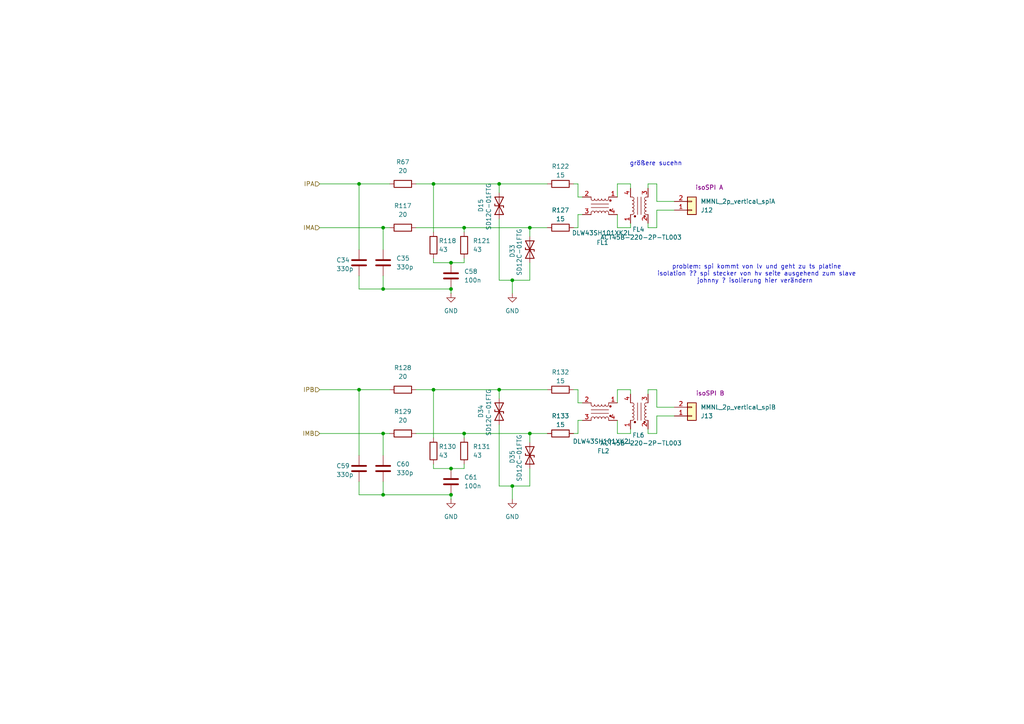
<source format=kicad_sch>
(kicad_sch
	(version 20231120)
	(generator "eeschema")
	(generator_version "8.0")
	(uuid "cc997e99-186e-4e96-b6fd-8d5d8672419b")
	(paper "A4")
	(lib_symbols
		(symbol "Connector_Generic:Conn_01x02"
			(pin_names
				(offset 1.016) hide)
			(exclude_from_sim no)
			(in_bom yes)
			(on_board yes)
			(property "Reference" "J"
				(at 0 2.54 0)
				(effects
					(font
						(size 1.27 1.27)
					)
				)
			)
			(property "Value" "Conn_01x02"
				(at 0 -5.08 0)
				(effects
					(font
						(size 1.27 1.27)
					)
				)
			)
			(property "Footprint" ""
				(at 0 0 0)
				(effects
					(font
						(size 1.27 1.27)
					)
					(hide yes)
				)
			)
			(property "Datasheet" "~"
				(at 0 0 0)
				(effects
					(font
						(size 1.27 1.27)
					)
					(hide yes)
				)
			)
			(property "Description" "Generic connector, single row, 01x02, script generated (kicad-library-utils/schlib/autogen/connector/)"
				(at 0 0 0)
				(effects
					(font
						(size 1.27 1.27)
					)
					(hide yes)
				)
			)
			(property "ki_keywords" "connector"
				(at 0 0 0)
				(effects
					(font
						(size 1.27 1.27)
					)
					(hide yes)
				)
			)
			(property "ki_fp_filters" "Connector*:*_1x??_*"
				(at 0 0 0)
				(effects
					(font
						(size 1.27 1.27)
					)
					(hide yes)
				)
			)
			(symbol "Conn_01x02_1_1"
				(rectangle
					(start -1.27 -2.413)
					(end 0 -2.667)
					(stroke
						(width 0.1524)
						(type default)
					)
					(fill
						(type none)
					)
				)
				(rectangle
					(start -1.27 0.127)
					(end 0 -0.127)
					(stroke
						(width 0.1524)
						(type default)
					)
					(fill
						(type none)
					)
				)
				(rectangle
					(start -1.27 1.27)
					(end 1.27 -3.81)
					(stroke
						(width 0.254)
						(type default)
					)
					(fill
						(type background)
					)
				)
				(pin passive line
					(at -5.08 0 0)
					(length 3.81)
					(name "Pin_1"
						(effects
							(font
								(size 1.27 1.27)
							)
						)
					)
					(number "1"
						(effects
							(font
								(size 1.27 1.27)
							)
						)
					)
				)
				(pin passive line
					(at -5.08 -2.54 0)
					(length 3.81)
					(name "Pin_2"
						(effects
							(font
								(size 1.27 1.27)
							)
						)
					)
					(number "2"
						(effects
							(font
								(size 1.27 1.27)
							)
						)
					)
				)
			)
		)
		(symbol "Device:C"
			(pin_numbers hide)
			(pin_names
				(offset 0.254)
			)
			(exclude_from_sim no)
			(in_bom yes)
			(on_board yes)
			(property "Reference" "C"
				(at 0.635 2.54 0)
				(effects
					(font
						(size 1.27 1.27)
					)
					(justify left)
				)
			)
			(property "Value" "C"
				(at 0.635 -2.54 0)
				(effects
					(font
						(size 1.27 1.27)
					)
					(justify left)
				)
			)
			(property "Footprint" ""
				(at 0.9652 -3.81 0)
				(effects
					(font
						(size 1.27 1.27)
					)
					(hide yes)
				)
			)
			(property "Datasheet" "~"
				(at 0 0 0)
				(effects
					(font
						(size 1.27 1.27)
					)
					(hide yes)
				)
			)
			(property "Description" "Unpolarized capacitor"
				(at 0 0 0)
				(effects
					(font
						(size 1.27 1.27)
					)
					(hide yes)
				)
			)
			(property "ki_keywords" "cap capacitor"
				(at 0 0 0)
				(effects
					(font
						(size 1.27 1.27)
					)
					(hide yes)
				)
			)
			(property "ki_fp_filters" "C_*"
				(at 0 0 0)
				(effects
					(font
						(size 1.27 1.27)
					)
					(hide yes)
				)
			)
			(symbol "C_0_1"
				(polyline
					(pts
						(xy -2.032 -0.762) (xy 2.032 -0.762)
					)
					(stroke
						(width 0.508)
						(type default)
					)
					(fill
						(type none)
					)
				)
				(polyline
					(pts
						(xy -2.032 0.762) (xy 2.032 0.762)
					)
					(stroke
						(width 0.508)
						(type default)
					)
					(fill
						(type none)
					)
				)
			)
			(symbol "C_1_1"
				(pin passive line
					(at 0 3.81 270)
					(length 2.794)
					(name "~"
						(effects
							(font
								(size 1.27 1.27)
							)
						)
					)
					(number "1"
						(effects
							(font
								(size 1.27 1.27)
							)
						)
					)
				)
				(pin passive line
					(at 0 -3.81 90)
					(length 2.794)
					(name "~"
						(effects
							(font
								(size 1.27 1.27)
							)
						)
					)
					(number "2"
						(effects
							(font
								(size 1.27 1.27)
							)
						)
					)
				)
			)
		)
		(symbol "Device:D_TVS"
			(pin_numbers hide)
			(pin_names
				(offset 1.016) hide)
			(exclude_from_sim no)
			(in_bom yes)
			(on_board yes)
			(property "Reference" "D"
				(at 0 2.54 0)
				(effects
					(font
						(size 1.27 1.27)
					)
				)
			)
			(property "Value" "D_TVS"
				(at 0 -2.54 0)
				(effects
					(font
						(size 1.27 1.27)
					)
				)
			)
			(property "Footprint" ""
				(at 0 0 0)
				(effects
					(font
						(size 1.27 1.27)
					)
					(hide yes)
				)
			)
			(property "Datasheet" "~"
				(at 0 0 0)
				(effects
					(font
						(size 1.27 1.27)
					)
					(hide yes)
				)
			)
			(property "Description" "Bidirectional transient-voltage-suppression diode"
				(at 0 0 0)
				(effects
					(font
						(size 1.27 1.27)
					)
					(hide yes)
				)
			)
			(property "ki_keywords" "diode TVS thyrector"
				(at 0 0 0)
				(effects
					(font
						(size 1.27 1.27)
					)
					(hide yes)
				)
			)
			(property "ki_fp_filters" "TO-???* *_Diode_* *SingleDiode* D_*"
				(at 0 0 0)
				(effects
					(font
						(size 1.27 1.27)
					)
					(hide yes)
				)
			)
			(symbol "D_TVS_0_1"
				(polyline
					(pts
						(xy 1.27 0) (xy -1.27 0)
					)
					(stroke
						(width 0)
						(type default)
					)
					(fill
						(type none)
					)
				)
				(polyline
					(pts
						(xy 0.508 1.27) (xy 0 1.27) (xy 0 -1.27) (xy -0.508 -1.27)
					)
					(stroke
						(width 0.254)
						(type default)
					)
					(fill
						(type none)
					)
				)
				(polyline
					(pts
						(xy -2.54 1.27) (xy -2.54 -1.27) (xy 2.54 1.27) (xy 2.54 -1.27) (xy -2.54 1.27)
					)
					(stroke
						(width 0.254)
						(type default)
					)
					(fill
						(type none)
					)
				)
			)
			(symbol "D_TVS_1_1"
				(pin passive line
					(at -3.81 0 0)
					(length 2.54)
					(name "A1"
						(effects
							(font
								(size 1.27 1.27)
							)
						)
					)
					(number "1"
						(effects
							(font
								(size 1.27 1.27)
							)
						)
					)
				)
				(pin passive line
					(at 3.81 0 180)
					(length 2.54)
					(name "A2"
						(effects
							(font
								(size 1.27 1.27)
							)
						)
					)
					(number "2"
						(effects
							(font
								(size 1.27 1.27)
							)
						)
					)
				)
			)
		)
		(symbol "Device:Filter_EMI_LL_1423"
			(pin_names hide)
			(exclude_from_sim no)
			(in_bom yes)
			(on_board yes)
			(property "Reference" "FL"
				(at 0 4.445 0)
				(effects
					(font
						(size 1.27 1.27)
					)
				)
			)
			(property "Value" "Filter_EMI_LL_1423"
				(at 0 -4.445 0)
				(effects
					(font
						(size 1.27 1.27)
					)
				)
			)
			(property "Footprint" ""
				(at 0 -6.35 0)
				(effects
					(font
						(size 1.27 1.27)
					)
					(hide yes)
				)
			)
			(property "Datasheet" "~"
				(at 0 1.016 90)
				(effects
					(font
						(size 1.27 1.27)
					)
					(hide yes)
				)
			)
			(property "Description" "EMI 2-inductor filter, pin-connections 1-4 and 2-3"
				(at 0 0 0)
				(effects
					(font
						(size 1.27 1.27)
					)
					(hide yes)
				)
			)
			(property "ki_keywords" "EMI filter common-mode choke"
				(at 0 0 0)
				(effects
					(font
						(size 1.27 1.27)
					)
					(hide yes)
				)
			)
			(property "ki_fp_filters" "Bourns*SRF0905*"
				(at 0 0 0)
				(effects
					(font
						(size 1.27 1.27)
					)
					(hide yes)
				)
			)
			(symbol "Filter_EMI_LL_1423_0_1"
				(circle
					(center -3.048 -1.27)
					(radius 0.254)
					(stroke
						(width 0)
						(type default)
					)
					(fill
						(type outline)
					)
				)
				(circle
					(center -3.048 1.524)
					(radius 0.254)
					(stroke
						(width 0)
						(type default)
					)
					(fill
						(type outline)
					)
				)
				(arc
					(start -2.54 2.032)
					(mid -2.032 1.5262)
					(end -1.524 2.032)
					(stroke
						(width 0)
						(type default)
					)
					(fill
						(type none)
					)
				)
				(arc
					(start -1.524 -2.032)
					(mid -2.032 -1.5262)
					(end -2.54 -2.032)
					(stroke
						(width 0)
						(type default)
					)
					(fill
						(type none)
					)
				)
				(arc
					(start -1.524 2.032)
					(mid -1.016 1.5262)
					(end -0.508 2.032)
					(stroke
						(width 0)
						(type default)
					)
					(fill
						(type none)
					)
				)
				(arc
					(start -0.508 -2.032)
					(mid -1.016 -1.5262)
					(end -1.524 -2.032)
					(stroke
						(width 0)
						(type default)
					)
					(fill
						(type none)
					)
				)
				(arc
					(start -0.508 2.032)
					(mid 0 1.5262)
					(end 0.508 2.032)
					(stroke
						(width 0)
						(type default)
					)
					(fill
						(type none)
					)
				)
				(polyline
					(pts
						(xy -2.54 -2.032) (xy -2.54 -2.54)
					)
					(stroke
						(width 0)
						(type default)
					)
					(fill
						(type none)
					)
				)
				(polyline
					(pts
						(xy -2.54 0.508) (xy 2.54 0.508)
					)
					(stroke
						(width 0)
						(type default)
					)
					(fill
						(type none)
					)
				)
				(polyline
					(pts
						(xy -2.54 2.032) (xy -2.54 2.54)
					)
					(stroke
						(width 0)
						(type default)
					)
					(fill
						(type none)
					)
				)
				(polyline
					(pts
						(xy 2.54 -2.032) (xy 2.54 -2.54)
					)
					(stroke
						(width 0)
						(type default)
					)
					(fill
						(type none)
					)
				)
				(polyline
					(pts
						(xy 2.54 -0.508) (xy -2.54 -0.508)
					)
					(stroke
						(width 0)
						(type default)
					)
					(fill
						(type none)
					)
				)
				(polyline
					(pts
						(xy 2.54 2.54) (xy 2.54 2.032)
					)
					(stroke
						(width 0)
						(type default)
					)
					(fill
						(type none)
					)
				)
				(arc
					(start 0.508 -2.032)
					(mid 0 -1.5262)
					(end -0.508 -2.032)
					(stroke
						(width 0)
						(type default)
					)
					(fill
						(type none)
					)
				)
				(arc
					(start 0.508 2.032)
					(mid 1.016 1.5262)
					(end 1.524 2.032)
					(stroke
						(width 0)
						(type default)
					)
					(fill
						(type none)
					)
				)
				(arc
					(start 1.524 -2.032)
					(mid 1.016 -1.5262)
					(end 0.508 -2.032)
					(stroke
						(width 0)
						(type default)
					)
					(fill
						(type none)
					)
				)
				(arc
					(start 1.524 2.032)
					(mid 2.032 1.5262)
					(end 2.54 2.032)
					(stroke
						(width 0)
						(type default)
					)
					(fill
						(type none)
					)
				)
				(arc
					(start 2.54 -2.032)
					(mid 2.032 -1.5262)
					(end 1.524 -2.032)
					(stroke
						(width 0)
						(type default)
					)
					(fill
						(type none)
					)
				)
			)
			(symbol "Filter_EMI_LL_1423_1_1"
				(pin passive line
					(at -5.08 -2.54 0)
					(length 2.54)
					(name "1"
						(effects
							(font
								(size 1.27 1.27)
							)
						)
					)
					(number "1"
						(effects
							(font
								(size 1.27 1.27)
							)
						)
					)
				)
				(pin passive line
					(at -5.08 2.54 0)
					(length 2.54)
					(name "2"
						(effects
							(font
								(size 1.27 1.27)
							)
						)
					)
					(number "2"
						(effects
							(font
								(size 1.27 1.27)
							)
						)
					)
				)
				(pin passive line
					(at 5.08 2.54 180)
					(length 2.54)
					(name "3"
						(effects
							(font
								(size 1.27 1.27)
							)
						)
					)
					(number "3"
						(effects
							(font
								(size 1.27 1.27)
							)
						)
					)
				)
				(pin passive line
					(at 5.08 -2.54 180)
					(length 2.54)
					(name "4"
						(effects
							(font
								(size 1.27 1.27)
							)
						)
					)
					(number "4"
						(effects
							(font
								(size 1.27 1.27)
							)
						)
					)
				)
			)
		)
		(symbol "Device:R"
			(pin_numbers hide)
			(pin_names
				(offset 0)
			)
			(exclude_from_sim no)
			(in_bom yes)
			(on_board yes)
			(property "Reference" "R"
				(at 2.032 0 90)
				(effects
					(font
						(size 1.27 1.27)
					)
				)
			)
			(property "Value" "R"
				(at 0 0 90)
				(effects
					(font
						(size 1.27 1.27)
					)
				)
			)
			(property "Footprint" ""
				(at -1.778 0 90)
				(effects
					(font
						(size 1.27 1.27)
					)
					(hide yes)
				)
			)
			(property "Datasheet" "~"
				(at 0 0 0)
				(effects
					(font
						(size 1.27 1.27)
					)
					(hide yes)
				)
			)
			(property "Description" "Resistor"
				(at 0 0 0)
				(effects
					(font
						(size 1.27 1.27)
					)
					(hide yes)
				)
			)
			(property "ki_keywords" "R res resistor"
				(at 0 0 0)
				(effects
					(font
						(size 1.27 1.27)
					)
					(hide yes)
				)
			)
			(property "ki_fp_filters" "R_*"
				(at 0 0 0)
				(effects
					(font
						(size 1.27 1.27)
					)
					(hide yes)
				)
			)
			(symbol "R_0_1"
				(rectangle
					(start -1.016 -2.54)
					(end 1.016 2.54)
					(stroke
						(width 0.254)
						(type default)
					)
					(fill
						(type none)
					)
				)
			)
			(symbol "R_1_1"
				(pin passive line
					(at 0 3.81 270)
					(length 1.27)
					(name "~"
						(effects
							(font
								(size 1.27 1.27)
							)
						)
					)
					(number "1"
						(effects
							(font
								(size 1.27 1.27)
							)
						)
					)
				)
				(pin passive line
					(at 0 -3.81 90)
					(length 1.27)
					(name "~"
						(effects
							(font
								(size 1.27 1.27)
							)
						)
					)
					(number "2"
						(effects
							(font
								(size 1.27 1.27)
							)
						)
					)
				)
			)
		)
		(symbol "Filter:Choke_Coilcraft_0603USB-222"
			(pin_names
				(offset 0.254) hide)
			(exclude_from_sim no)
			(in_bom yes)
			(on_board yes)
			(property "Reference" "FL"
				(at 0 4.445 0)
				(effects
					(font
						(size 1.27 1.27)
					)
				)
			)
			(property "Value" "Choke_Coilcraft_0603USB-222"
				(at 0 -4.445 0)
				(effects
					(font
						(size 1.27 1.27)
					)
				)
			)
			(property "Footprint" "Inductor_SMD:L_CommonModeChoke_Coilcraft_0603USB"
				(at 0 -6.35 0)
				(effects
					(font
						(size 1.27 1.27)
					)
					(hide yes)
				)
			)
			(property "Datasheet" "https://www.coilcraft.com/pdfs/0603usb.pdf"
				(at 0 -8.255 0)
				(effects
					(font
						(size 1.27 1.27)
					)
					(hide yes)
				)
			)
			(property "Description" "Common mode choke, 500mA, 250VAC, 150nH, 209mohm, 0.96Ghz, "
				(at 0 0 0)
				(effects
					(font
						(size 1.27 1.27)
					)
					(hide yes)
				)
			)
			(property "ki_keywords" "common-mode common mode choke signal line filter"
				(at 0 0 0)
				(effects
					(font
						(size 1.27 1.27)
					)
					(hide yes)
				)
			)
			(property "ki_fp_filters" "L*CommonModeChoke*Coilcraft*0603USB*"
				(at 0 0 0)
				(effects
					(font
						(size 1.27 1.27)
					)
					(hide yes)
				)
			)
			(symbol "Choke_Coilcraft_0603USB-222_0_1"
				(circle
					(center -3.048 -1.27)
					(radius 0.254)
					(stroke
						(width 0)
						(type default)
					)
					(fill
						(type outline)
					)
				)
				(circle
					(center -3.048 1.524)
					(radius 0.254)
					(stroke
						(width 0)
						(type default)
					)
					(fill
						(type outline)
					)
				)
				(arc
					(start -2.54 2.032)
					(mid -2.032 1.5262)
					(end -1.524 2.032)
					(stroke
						(width 0)
						(type default)
					)
					(fill
						(type none)
					)
				)
				(arc
					(start -1.524 -2.032)
					(mid -2.032 -1.5262)
					(end -2.54 -2.032)
					(stroke
						(width 0)
						(type default)
					)
					(fill
						(type none)
					)
				)
				(arc
					(start -1.524 2.032)
					(mid -1.016 1.5262)
					(end -0.508 2.032)
					(stroke
						(width 0)
						(type default)
					)
					(fill
						(type none)
					)
				)
				(arc
					(start -0.508 -2.032)
					(mid -1.016 -1.5262)
					(end -1.524 -2.032)
					(stroke
						(width 0)
						(type default)
					)
					(fill
						(type none)
					)
				)
				(arc
					(start -0.508 2.032)
					(mid 0 1.5262)
					(end 0.508 2.032)
					(stroke
						(width 0)
						(type default)
					)
					(fill
						(type none)
					)
				)
				(polyline
					(pts
						(xy -2.54 -2.032) (xy -2.54 -2.54)
					)
					(stroke
						(width 0)
						(type default)
					)
					(fill
						(type none)
					)
				)
				(polyline
					(pts
						(xy -2.54 0.508) (xy 2.54 0.508)
					)
					(stroke
						(width 0)
						(type default)
					)
					(fill
						(type none)
					)
				)
				(polyline
					(pts
						(xy -2.54 2.032) (xy -2.54 2.54)
					)
					(stroke
						(width 0)
						(type default)
					)
					(fill
						(type none)
					)
				)
				(polyline
					(pts
						(xy 2.54 -2.032) (xy 2.54 -2.54)
					)
					(stroke
						(width 0)
						(type default)
					)
					(fill
						(type none)
					)
				)
				(polyline
					(pts
						(xy 2.54 -0.508) (xy -2.54 -0.508)
					)
					(stroke
						(width 0)
						(type default)
					)
					(fill
						(type none)
					)
				)
				(polyline
					(pts
						(xy 2.54 2.54) (xy 2.54 2.032)
					)
					(stroke
						(width 0)
						(type default)
					)
					(fill
						(type none)
					)
				)
				(arc
					(start 0.508 -2.032)
					(mid 0 -1.5262)
					(end -0.508 -2.032)
					(stroke
						(width 0)
						(type default)
					)
					(fill
						(type none)
					)
				)
				(arc
					(start 0.508 2.032)
					(mid 1.016 1.5262)
					(end 1.524 2.032)
					(stroke
						(width 0)
						(type default)
					)
					(fill
						(type none)
					)
				)
				(arc
					(start 1.524 -2.032)
					(mid 1.016 -1.5262)
					(end 0.508 -2.032)
					(stroke
						(width 0)
						(type default)
					)
					(fill
						(type none)
					)
				)
				(arc
					(start 1.524 2.032)
					(mid 2.032 1.5262)
					(end 2.54 2.032)
					(stroke
						(width 0)
						(type default)
					)
					(fill
						(type none)
					)
				)
				(arc
					(start 2.54 -2.032)
					(mid 2.032 -1.5262)
					(end 1.524 -2.032)
					(stroke
						(width 0)
						(type default)
					)
					(fill
						(type none)
					)
				)
			)
			(symbol "Choke_Coilcraft_0603USB-222_1_1"
				(pin passive line
					(at -5.08 2.54 0)
					(length 2.54)
					(name "1"
						(effects
							(font
								(size 1.27 1.27)
							)
						)
					)
					(number "1"
						(effects
							(font
								(size 1.27 1.27)
							)
						)
					)
				)
				(pin passive line
					(at 5.08 2.54 180)
					(length 2.54)
					(name "2"
						(effects
							(font
								(size 1.27 1.27)
							)
						)
					)
					(number "2"
						(effects
							(font
								(size 1.27 1.27)
							)
						)
					)
				)
				(pin passive line
					(at 5.08 -2.54 180)
					(length 2.54)
					(name "3"
						(effects
							(font
								(size 1.27 1.27)
							)
						)
					)
					(number "3"
						(effects
							(font
								(size 1.27 1.27)
							)
						)
					)
				)
				(pin passive line
					(at -5.08 -2.54 0)
					(length 2.54)
					(name "4"
						(effects
							(font
								(size 1.27 1.27)
							)
						)
					)
					(number "4"
						(effects
							(font
								(size 1.27 1.27)
							)
						)
					)
				)
			)
		)
		(symbol "power:GND"
			(power)
			(pin_numbers hide)
			(pin_names
				(offset 0) hide)
			(exclude_from_sim no)
			(in_bom yes)
			(on_board yes)
			(property "Reference" "#PWR"
				(at 0 -6.35 0)
				(effects
					(font
						(size 1.27 1.27)
					)
					(hide yes)
				)
			)
			(property "Value" "GND"
				(at 0 -3.81 0)
				(effects
					(font
						(size 1.27 1.27)
					)
				)
			)
			(property "Footprint" ""
				(at 0 0 0)
				(effects
					(font
						(size 1.27 1.27)
					)
					(hide yes)
				)
			)
			(property "Datasheet" ""
				(at 0 0 0)
				(effects
					(font
						(size 1.27 1.27)
					)
					(hide yes)
				)
			)
			(property "Description" "Power symbol creates a global label with name \"GND\" , ground"
				(at 0 0 0)
				(effects
					(font
						(size 1.27 1.27)
					)
					(hide yes)
				)
			)
			(property "ki_keywords" "global power"
				(at 0 0 0)
				(effects
					(font
						(size 1.27 1.27)
					)
					(hide yes)
				)
			)
			(symbol "GND_0_1"
				(polyline
					(pts
						(xy 0 0) (xy 0 -1.27) (xy 1.27 -1.27) (xy 0 -2.54) (xy -1.27 -1.27) (xy 0 -1.27)
					)
					(stroke
						(width 0)
						(type default)
					)
					(fill
						(type none)
					)
				)
			)
			(symbol "GND_1_1"
				(pin power_in line
					(at 0 0 270)
					(length 0)
					(name "~"
						(effects
							(font
								(size 1.27 1.27)
							)
						)
					)
					(number "1"
						(effects
							(font
								(size 1.27 1.27)
							)
						)
					)
				)
			)
		)
	)
	(junction
		(at 153.67 125.73)
		(diameter 0)
		(color 0 0 0 0)
		(uuid "01183f8a-1e4b-4f9c-b82e-dc570b395bc9")
	)
	(junction
		(at 125.73 113.03)
		(diameter 0)
		(color 0 0 0 0)
		(uuid "0aee2266-1ee0-435b-99ab-209fda24ce6f")
	)
	(junction
		(at 130.81 135.89)
		(diameter 0)
		(color 0 0 0 0)
		(uuid "0b43cb52-6b59-4d07-bb39-52d42efea2a4")
	)
	(junction
		(at 144.78 53.34)
		(diameter 0)
		(color 0 0 0 0)
		(uuid "16849498-73cb-4d60-8cda-784e57847e86")
	)
	(junction
		(at 134.62 125.73)
		(diameter 0)
		(color 0 0 0 0)
		(uuid "261f1fb1-79c8-4d48-90f7-81c699a437e8")
	)
	(junction
		(at 125.73 53.34)
		(diameter 0)
		(color 0 0 0 0)
		(uuid "2a20125c-c321-48f8-b44e-3988e503e198")
	)
	(junction
		(at 134.62 66.04)
		(diameter 0)
		(color 0 0 0 0)
		(uuid "3b517f86-5ad6-4b30-bb01-49b6d492cf9c")
	)
	(junction
		(at 148.59 81.28)
		(diameter 0)
		(color 0 0 0 0)
		(uuid "3c8e5238-16b2-4bed-8e21-054959c494ec")
	)
	(junction
		(at 148.59 140.97)
		(diameter 0)
		(color 0 0 0 0)
		(uuid "41d63814-442e-4eda-b8c7-71ebc3663179")
	)
	(junction
		(at 144.78 113.03)
		(diameter 0)
		(color 0 0 0 0)
		(uuid "52c62b19-830a-4953-b16b-cfcb0d6b9962")
	)
	(junction
		(at 130.81 76.2)
		(diameter 0)
		(color 0 0 0 0)
		(uuid "68ad2d62-3be5-4a54-9f19-2399902fa070")
	)
	(junction
		(at 104.14 113.03)
		(diameter 0)
		(color 0 0 0 0)
		(uuid "9143c996-48f2-4a9c-8b34-dd5924e0f123")
	)
	(junction
		(at 111.125 83.82)
		(diameter 0)
		(color 0 0 0 0)
		(uuid "a4d47f39-7381-4158-a58e-55d279f46660")
	)
	(junction
		(at 104.14 53.34)
		(diameter 0)
		(color 0 0 0 0)
		(uuid "a8e19d03-4413-4599-ab2b-eda64a944fd2")
	)
	(junction
		(at 111.125 143.51)
		(diameter 0)
		(color 0 0 0 0)
		(uuid "b1ce9d3e-0365-45f1-ab62-efb8a8230bf1")
	)
	(junction
		(at 111.125 125.73)
		(diameter 0)
		(color 0 0 0 0)
		(uuid "b7291065-5005-4360-9e7f-7be23bc2735b")
	)
	(junction
		(at 111.125 66.04)
		(diameter 0)
		(color 0 0 0 0)
		(uuid "beae2e58-2c9b-4cf0-85c6-8d352d2fb6a7")
	)
	(junction
		(at 130.81 83.82)
		(diameter 0)
		(color 0 0 0 0)
		(uuid "d954a7f2-89e9-4d9b-8b3d-3c9b09e53775")
	)
	(junction
		(at 153.67 66.04)
		(diameter 0)
		(color 0 0 0 0)
		(uuid "e265b3c2-1f26-4628-9af9-9ee896d1942c")
	)
	(junction
		(at 130.81 143.51)
		(diameter 0)
		(color 0 0 0 0)
		(uuid "f73c40ae-53a9-4b64-a252-1e0899a4483e")
	)
	(wire
		(pts
			(xy 104.14 113.03) (xy 113.03 113.03)
		)
		(stroke
			(width 0)
			(type default)
		)
		(uuid "0565c931-c0f9-466d-94bc-782bb9e90050")
	)
	(wire
		(pts
			(xy 104.14 139.7) (xy 104.14 143.51)
		)
		(stroke
			(width 0)
			(type default)
		)
		(uuid "0df56b57-53ff-458e-a7f9-40507343abc6")
	)
	(wire
		(pts
			(xy 167.64 113.03) (xy 167.64 116.84)
		)
		(stroke
			(width 0)
			(type default)
		)
		(uuid "0e5a8d8b-a111-4c02-8823-bbd44add785a")
	)
	(wire
		(pts
			(xy 111.125 80.01) (xy 111.125 83.82)
		)
		(stroke
			(width 0)
			(type default)
		)
		(uuid "131978a5-406e-4bd9-8cda-67cc620ad33c")
	)
	(wire
		(pts
			(xy 120.65 66.04) (xy 134.62 66.04)
		)
		(stroke
			(width 0)
			(type default)
		)
		(uuid "13d13389-b355-4549-ae0d-ef4b9cf92d09")
	)
	(wire
		(pts
			(xy 134.62 134.62) (xy 134.62 135.89)
		)
		(stroke
			(width 0)
			(type default)
		)
		(uuid "17c15ff6-9808-42f8-a4dd-c2998ada0920")
	)
	(wire
		(pts
			(xy 130.81 143.51) (xy 130.81 144.78)
		)
		(stroke
			(width 0)
			(type default)
		)
		(uuid "18d12258-3620-48b1-8485-5c608696f8ea")
	)
	(wire
		(pts
			(xy 167.64 116.84) (xy 168.91 116.84)
		)
		(stroke
			(width 0)
			(type default)
		)
		(uuid "1a06fc4d-afb0-408d-8c8a-c67a787daece")
	)
	(wire
		(pts
			(xy 104.14 53.34) (xy 104.14 72.39)
		)
		(stroke
			(width 0)
			(type default)
		)
		(uuid "1f2f4073-1ed2-401d-bfdd-89e0cbe2c4d6")
	)
	(wire
		(pts
			(xy 167.64 62.23) (xy 168.91 62.23)
		)
		(stroke
			(width 0)
			(type default)
		)
		(uuid "1f95988b-294e-49e4-9bcd-a8e5f8f1b0f3")
	)
	(wire
		(pts
			(xy 111.125 66.04) (xy 111.125 72.39)
		)
		(stroke
			(width 0)
			(type default)
		)
		(uuid "20b3f746-6c71-4810-adf8-12af40f89a01")
	)
	(wire
		(pts
			(xy 182.88 53.34) (xy 182.88 54.61)
		)
		(stroke
			(width 0)
			(type default)
		)
		(uuid "21a9f667-12fb-4f0f-bec6-e88a06cb05a7")
	)
	(wire
		(pts
			(xy 125.73 76.2) (xy 125.73 74.93)
		)
		(stroke
			(width 0)
			(type default)
		)
		(uuid "263db505-8108-4a7f-add9-b16d51e43236")
	)
	(wire
		(pts
			(xy 144.78 63.5) (xy 144.78 81.28)
		)
		(stroke
			(width 0)
			(type default)
		)
		(uuid "2878b128-352c-4878-9278-c2f4a238750d")
	)
	(wire
		(pts
			(xy 134.62 76.2) (xy 130.81 76.2)
		)
		(stroke
			(width 0)
			(type default)
		)
		(uuid "2a301240-f26b-4950-bcec-e6412674688a")
	)
	(wire
		(pts
			(xy 182.88 66.04) (xy 182.88 64.77)
		)
		(stroke
			(width 0)
			(type default)
		)
		(uuid "2c546921-2ade-4803-9f2d-5d7638e01ffb")
	)
	(wire
		(pts
			(xy 179.07 66.04) (xy 179.07 62.23)
		)
		(stroke
			(width 0)
			(type default)
		)
		(uuid "2c55f13c-b9de-4f7c-9be4-6c711c4735ff")
	)
	(wire
		(pts
			(xy 130.81 135.89) (xy 125.73 135.89)
		)
		(stroke
			(width 0)
			(type default)
		)
		(uuid "2cce578f-d5b2-4862-abf3-70360e2cabf0")
	)
	(wire
		(pts
			(xy 167.64 62.23) (xy 167.64 66.04)
		)
		(stroke
			(width 0)
			(type default)
		)
		(uuid "31c33949-aae5-45e0-8006-0a61d8da9694")
	)
	(wire
		(pts
			(xy 111.125 143.51) (xy 130.81 143.51)
		)
		(stroke
			(width 0)
			(type default)
		)
		(uuid "320e9999-cac5-4b53-b96c-ce4560ab60e1")
	)
	(wire
		(pts
			(xy 125.73 53.34) (xy 144.78 53.34)
		)
		(stroke
			(width 0)
			(type default)
		)
		(uuid "36cdd6ac-0a35-4adf-a5a3-1345cf1f1e53")
	)
	(wire
		(pts
			(xy 190.5 58.42) (xy 190.5 53.34)
		)
		(stroke
			(width 0)
			(type default)
		)
		(uuid "38288ebd-4630-4d10-9075-6c33778842e1")
	)
	(wire
		(pts
			(xy 179.07 66.04) (xy 182.88 66.04)
		)
		(stroke
			(width 0)
			(type default)
		)
		(uuid "3c119e1b-9ad0-436a-a4ca-6ee8bef9e2d3")
	)
	(wire
		(pts
			(xy 125.73 135.89) (xy 125.73 134.62)
		)
		(stroke
			(width 0)
			(type default)
		)
		(uuid "415c5496-1c97-49cc-9663-d2338d1c4eca")
	)
	(wire
		(pts
			(xy 120.65 113.03) (xy 125.73 113.03)
		)
		(stroke
			(width 0)
			(type default)
		)
		(uuid "42c66a14-d781-44e1-a3ca-2bc7fe2bfb41")
	)
	(wire
		(pts
			(xy 148.59 140.97) (xy 153.67 140.97)
		)
		(stroke
			(width 0)
			(type default)
		)
		(uuid "4949d58d-7b61-4018-9ab2-9db5506cadad")
	)
	(wire
		(pts
			(xy 144.78 81.28) (xy 148.59 81.28)
		)
		(stroke
			(width 0)
			(type default)
		)
		(uuid "526f5610-f661-4139-b05e-9dc1195bf186")
	)
	(wire
		(pts
			(xy 190.5 53.34) (xy 187.96 53.34)
		)
		(stroke
			(width 0)
			(type default)
		)
		(uuid "55abcf85-bf08-4d8a-b086-9597600c0f04")
	)
	(wire
		(pts
			(xy 111.125 66.04) (xy 113.03 66.04)
		)
		(stroke
			(width 0)
			(type default)
		)
		(uuid "587ef0f9-7f6f-45b6-9afa-e461d0cc9549")
	)
	(wire
		(pts
			(xy 190.5 60.96) (xy 190.5 66.04)
		)
		(stroke
			(width 0)
			(type default)
		)
		(uuid "5972f4eb-6df6-4e01-841f-879bf9d8b69c")
	)
	(wire
		(pts
			(xy 167.64 53.34) (xy 167.64 57.15)
		)
		(stroke
			(width 0)
			(type default)
		)
		(uuid "5c066255-002d-4bda-82d7-ed88921a71b3")
	)
	(wire
		(pts
			(xy 111.125 83.82) (xy 130.81 83.82)
		)
		(stroke
			(width 0)
			(type default)
		)
		(uuid "5cc843a9-8f74-45ab-b4e5-0badcccb2835")
	)
	(wire
		(pts
			(xy 144.78 140.97) (xy 148.59 140.97)
		)
		(stroke
			(width 0)
			(type default)
		)
		(uuid "5d164f3a-6598-4551-bcb2-a80c2562a107")
	)
	(wire
		(pts
			(xy 153.67 76.2) (xy 153.67 81.28)
		)
		(stroke
			(width 0)
			(type default)
		)
		(uuid "5d9d89fd-7a7d-48be-a0c7-a9fe05db6191")
	)
	(wire
		(pts
			(xy 104.14 80.01) (xy 104.14 83.82)
		)
		(stroke
			(width 0)
			(type default)
		)
		(uuid "5f94fed7-41f2-4ff6-aa7b-a4e6e4896789")
	)
	(wire
		(pts
			(xy 166.37 113.03) (xy 167.64 113.03)
		)
		(stroke
			(width 0)
			(type default)
		)
		(uuid "60e454aa-b1c5-49f6-91d2-703e0e7d9e07")
	)
	(wire
		(pts
			(xy 130.81 83.82) (xy 130.81 85.09)
		)
		(stroke
			(width 0)
			(type default)
		)
		(uuid "6325c8c1-0a60-4819-ad6a-5635af30f80a")
	)
	(wire
		(pts
			(xy 130.81 76.2) (xy 125.73 76.2)
		)
		(stroke
			(width 0)
			(type default)
		)
		(uuid "6b447ebf-f804-49b0-881e-f34a74957d39")
	)
	(wire
		(pts
			(xy 167.64 121.92) (xy 167.64 125.73)
		)
		(stroke
			(width 0)
			(type default)
		)
		(uuid "6e5effcc-4755-4c29-babc-68132753bd99")
	)
	(wire
		(pts
			(xy 167.64 57.15) (xy 168.91 57.15)
		)
		(stroke
			(width 0)
			(type default)
		)
		(uuid "6fe45814-ab0c-4abd-b890-26294abfc73b")
	)
	(wire
		(pts
			(xy 166.37 53.34) (xy 167.64 53.34)
		)
		(stroke
			(width 0)
			(type default)
		)
		(uuid "711603bd-1693-4ccc-a5a3-4c47eed310a6")
	)
	(wire
		(pts
			(xy 179.07 125.73) (xy 179.07 121.92)
		)
		(stroke
			(width 0)
			(type default)
		)
		(uuid "732be2ee-a15a-4b69-9420-a00f9fcc5dae")
	)
	(wire
		(pts
			(xy 190.5 118.11) (xy 195.58 118.11)
		)
		(stroke
			(width 0)
			(type default)
		)
		(uuid "7378b1d6-965f-44e7-9946-d04c28f972d1")
	)
	(wire
		(pts
			(xy 187.96 125.73) (xy 187.96 124.46)
		)
		(stroke
			(width 0)
			(type default)
		)
		(uuid "747270b2-538f-4bfe-a361-02ae93e58734")
	)
	(wire
		(pts
			(xy 144.78 123.19) (xy 144.78 140.97)
		)
		(stroke
			(width 0)
			(type default)
		)
		(uuid "79f0daee-7160-4c27-b4b8-a9fd4eb39b88")
	)
	(wire
		(pts
			(xy 153.67 66.04) (xy 153.67 68.58)
		)
		(stroke
			(width 0)
			(type default)
		)
		(uuid "7b28fa0b-17d4-4839-b46c-10c61f35bbfe")
	)
	(wire
		(pts
			(xy 134.62 135.89) (xy 130.81 135.89)
		)
		(stroke
			(width 0)
			(type default)
		)
		(uuid "7b52a9a9-21f6-4d0d-944c-4bc6f9b20c10")
	)
	(wire
		(pts
			(xy 179.07 113.03) (xy 182.88 113.03)
		)
		(stroke
			(width 0)
			(type default)
		)
		(uuid "7d52924e-8bf1-41f3-a88b-e54eead982dc")
	)
	(wire
		(pts
			(xy 104.14 143.51) (xy 111.125 143.51)
		)
		(stroke
			(width 0)
			(type default)
		)
		(uuid "859d7ef8-3236-40d2-bd07-af5bf012c438")
	)
	(wire
		(pts
			(xy 120.65 125.73) (xy 134.62 125.73)
		)
		(stroke
			(width 0)
			(type default)
		)
		(uuid "87909c03-0d46-4405-8890-be98ee081399")
	)
	(wire
		(pts
			(xy 134.62 125.73) (xy 134.62 127)
		)
		(stroke
			(width 0)
			(type default)
		)
		(uuid "882548b3-e7b1-4c68-91f1-15e1ceb8f6ea")
	)
	(wire
		(pts
			(xy 167.64 125.73) (xy 166.37 125.73)
		)
		(stroke
			(width 0)
			(type default)
		)
		(uuid "97963dfe-3e02-4ed2-a469-e5b1aa4347ff")
	)
	(wire
		(pts
			(xy 92.71 125.73) (xy 111.125 125.73)
		)
		(stroke
			(width 0)
			(type default)
		)
		(uuid "989225f2-8496-4347-87ed-4e6cf8180b25")
	)
	(wire
		(pts
			(xy 134.62 74.93) (xy 134.62 76.2)
		)
		(stroke
			(width 0)
			(type default)
		)
		(uuid "98ee242f-cef8-465b-b16c-efe3e1fa21d1")
	)
	(wire
		(pts
			(xy 190.5 120.65) (xy 190.5 125.73)
		)
		(stroke
			(width 0)
			(type default)
		)
		(uuid "99117fc3-f64e-4d15-b2c9-5eae6803b78c")
	)
	(wire
		(pts
			(xy 190.5 66.04) (xy 187.96 66.04)
		)
		(stroke
			(width 0)
			(type default)
		)
		(uuid "9b244fd4-2670-443b-a457-71cc2d9f9962")
	)
	(wire
		(pts
			(xy 92.71 113.03) (xy 104.14 113.03)
		)
		(stroke
			(width 0)
			(type default)
		)
		(uuid "9c6464b5-3f30-4127-9e0d-66412fe04eb0")
	)
	(wire
		(pts
			(xy 144.78 113.03) (xy 158.75 113.03)
		)
		(stroke
			(width 0)
			(type default)
		)
		(uuid "9ff41563-c491-4c32-bd3b-58318558d239")
	)
	(wire
		(pts
			(xy 190.5 60.96) (xy 195.58 60.96)
		)
		(stroke
			(width 0)
			(type default)
		)
		(uuid "a6f8303d-305d-45e4-a7e1-4337e0b1beaf")
	)
	(wire
		(pts
			(xy 134.62 66.04) (xy 153.67 66.04)
		)
		(stroke
			(width 0)
			(type default)
		)
		(uuid "a86ddb4f-7f4c-472e-a8d2-f715863070b0")
	)
	(wire
		(pts
			(xy 125.73 113.03) (xy 125.73 127)
		)
		(stroke
			(width 0)
			(type default)
		)
		(uuid "aa509a6b-82c5-433d-8a65-bdf860d0a7f6")
	)
	(wire
		(pts
			(xy 104.14 83.82) (xy 111.125 83.82)
		)
		(stroke
			(width 0)
			(type default)
		)
		(uuid "acfe9f3b-5a86-4055-88fd-38342f07f5cd")
	)
	(wire
		(pts
			(xy 190.5 118.11) (xy 190.5 113.03)
		)
		(stroke
			(width 0)
			(type default)
		)
		(uuid "af2bbf75-1669-4bba-ac58-65eb5602befd")
	)
	(wire
		(pts
			(xy 153.67 135.89) (xy 153.67 140.97)
		)
		(stroke
			(width 0)
			(type default)
		)
		(uuid "b18d8ca9-758d-46d6-b76e-a59642fd13a7")
	)
	(wire
		(pts
			(xy 179.07 53.34) (xy 179.07 57.15)
		)
		(stroke
			(width 0)
			(type default)
		)
		(uuid "b3c8affe-c9f4-4aa9-8c23-0917d6b92cad")
	)
	(wire
		(pts
			(xy 120.65 53.34) (xy 125.73 53.34)
		)
		(stroke
			(width 0)
			(type default)
		)
		(uuid "b41ff4b5-0659-4438-8f87-22cb88df76a1")
	)
	(wire
		(pts
			(xy 187.96 66.04) (xy 187.96 64.77)
		)
		(stroke
			(width 0)
			(type default)
		)
		(uuid "b63d1a5c-9181-433d-86f2-f311e878efc3")
	)
	(wire
		(pts
			(xy 179.07 113.03) (xy 179.07 116.84)
		)
		(stroke
			(width 0)
			(type default)
		)
		(uuid "b8a604ac-29b2-41cc-bd51-47816fcd7512")
	)
	(wire
		(pts
			(xy 125.73 53.34) (xy 125.73 67.31)
		)
		(stroke
			(width 0)
			(type default)
		)
		(uuid "ba3bda8e-6186-4fdc-9ac1-5579bf324af1")
	)
	(wire
		(pts
			(xy 125.73 113.03) (xy 144.78 113.03)
		)
		(stroke
			(width 0)
			(type default)
		)
		(uuid "bd663345-6a33-4c53-bc78-b7b34bd83c56")
	)
	(wire
		(pts
			(xy 187.96 113.03) (xy 187.96 114.3)
		)
		(stroke
			(width 0)
			(type default)
		)
		(uuid "bdb4eafe-3aa7-43bf-b504-0d1dd48bec5a")
	)
	(wire
		(pts
			(xy 179.07 53.34) (xy 182.88 53.34)
		)
		(stroke
			(width 0)
			(type default)
		)
		(uuid "bdfe1517-7bdf-4232-8716-92493f1394ab")
	)
	(wire
		(pts
			(xy 153.67 125.73) (xy 153.67 128.27)
		)
		(stroke
			(width 0)
			(type default)
		)
		(uuid "c2d96053-d5eb-4397-9c27-34c44f78cde1")
	)
	(wire
		(pts
			(xy 167.64 66.04) (xy 166.37 66.04)
		)
		(stroke
			(width 0)
			(type default)
		)
		(uuid "c6045578-662d-49ab-bbbd-6163239abaa7")
	)
	(wire
		(pts
			(xy 182.88 125.73) (xy 182.88 124.46)
		)
		(stroke
			(width 0)
			(type default)
		)
		(uuid "c61e0019-c3d7-427f-9a0d-70b8d2a946f1")
	)
	(wire
		(pts
			(xy 148.59 140.97) (xy 148.59 144.78)
		)
		(stroke
			(width 0)
			(type default)
		)
		(uuid "c9127632-05e8-4233-aa81-26abfabd0be6")
	)
	(wire
		(pts
			(xy 190.5 125.73) (xy 187.96 125.73)
		)
		(stroke
			(width 0)
			(type default)
		)
		(uuid "c92180ca-5d52-4f40-a499-aa35c4bbaec5")
	)
	(wire
		(pts
			(xy 111.125 125.73) (xy 111.125 132.08)
		)
		(stroke
			(width 0)
			(type default)
		)
		(uuid "cb8d91e1-e0aa-41f6-9bf2-37a432544fb2")
	)
	(wire
		(pts
			(xy 190.5 120.65) (xy 195.58 120.65)
		)
		(stroke
			(width 0)
			(type default)
		)
		(uuid "d42c2df4-208c-4835-9176-7437c1e76609")
	)
	(wire
		(pts
			(xy 148.59 81.28) (xy 148.59 85.09)
		)
		(stroke
			(width 0)
			(type default)
		)
		(uuid "d48c668c-c34a-4da8-bb0b-c2770d8d7560")
	)
	(wire
		(pts
			(xy 190.5 58.42) (xy 195.58 58.42)
		)
		(stroke
			(width 0)
			(type default)
		)
		(uuid "d4cba228-bf0c-49ca-8b3b-15aa81c9bf88")
	)
	(wire
		(pts
			(xy 134.62 125.73) (xy 153.67 125.73)
		)
		(stroke
			(width 0)
			(type default)
		)
		(uuid "d624965a-55d3-4f53-90d5-f06bfae09fb3")
	)
	(wire
		(pts
			(xy 190.5 113.03) (xy 187.96 113.03)
		)
		(stroke
			(width 0)
			(type default)
		)
		(uuid "d9df4c52-3ac9-4ce6-9c91-8a215b7df9bf")
	)
	(wire
		(pts
			(xy 187.96 53.34) (xy 187.96 54.61)
		)
		(stroke
			(width 0)
			(type default)
		)
		(uuid "dcc85ffa-54ce-4da4-8082-a010f13cba52")
	)
	(wire
		(pts
			(xy 144.78 53.34) (xy 158.75 53.34)
		)
		(stroke
			(width 0)
			(type default)
		)
		(uuid "dcf3e791-af40-4d50-89ad-c566fe127d1e")
	)
	(wire
		(pts
			(xy 111.125 125.73) (xy 113.03 125.73)
		)
		(stroke
			(width 0)
			(type default)
		)
		(uuid "de3a659d-ba2a-444f-8794-50eab76105ae")
	)
	(wire
		(pts
			(xy 148.59 81.28) (xy 153.67 81.28)
		)
		(stroke
			(width 0)
			(type default)
		)
		(uuid "df6ec248-ecdf-4949-98d2-2a1cdfd95bca")
	)
	(wire
		(pts
			(xy 182.88 113.03) (xy 182.88 114.3)
		)
		(stroke
			(width 0)
			(type default)
		)
		(uuid "e308cb3d-1b7f-434e-8f02-abef9ea6f74b")
	)
	(wire
		(pts
			(xy 111.125 139.7) (xy 111.125 143.51)
		)
		(stroke
			(width 0)
			(type default)
		)
		(uuid "e41194a2-1645-46ca-b6c1-61846315885a")
	)
	(wire
		(pts
			(xy 134.62 66.04) (xy 134.62 67.31)
		)
		(stroke
			(width 0)
			(type default)
		)
		(uuid "e4d25403-aaa6-4a6f-adf0-f3203744392b")
	)
	(wire
		(pts
			(xy 104.14 53.34) (xy 113.03 53.34)
		)
		(stroke
			(width 0)
			(type default)
		)
		(uuid "ea0d9dc5-d858-45f9-9f61-9452333e7422")
	)
	(wire
		(pts
			(xy 179.07 125.73) (xy 182.88 125.73)
		)
		(stroke
			(width 0)
			(type default)
		)
		(uuid "ea3277ca-2e2b-466f-b625-343522c3cafb")
	)
	(wire
		(pts
			(xy 153.67 66.04) (xy 158.75 66.04)
		)
		(stroke
			(width 0)
			(type default)
		)
		(uuid "f00480f7-eb91-4742-b57c-1d9e08810d3c")
	)
	(wire
		(pts
			(xy 104.14 113.03) (xy 104.14 132.08)
		)
		(stroke
			(width 0)
			(type default)
		)
		(uuid "f1e41e3c-1e23-4dfe-827a-e067d3eaefd8")
	)
	(wire
		(pts
			(xy 167.64 121.92) (xy 168.91 121.92)
		)
		(stroke
			(width 0)
			(type default)
		)
		(uuid "f23a4de1-6aa8-4d9c-9faa-08b9f4fb3d75")
	)
	(wire
		(pts
			(xy 92.71 53.34) (xy 104.14 53.34)
		)
		(stroke
			(width 0)
			(type default)
		)
		(uuid "f6ffafec-7741-4edb-9165-1684e3d96f18")
	)
	(wire
		(pts
			(xy 92.71 66.04) (xy 111.125 66.04)
		)
		(stroke
			(width 0)
			(type default)
		)
		(uuid "f8443d47-aa7f-4634-a073-9f669c062ce5")
	)
	(wire
		(pts
			(xy 144.78 53.34) (xy 144.78 55.88)
		)
		(stroke
			(width 0)
			(type default)
		)
		(uuid "fd22c89b-3fba-4319-99bf-a909f8971b36")
	)
	(wire
		(pts
			(xy 153.67 125.73) (xy 158.75 125.73)
		)
		(stroke
			(width 0)
			(type default)
		)
		(uuid "fd45b74e-8d17-49d6-a683-16328cbec773")
	)
	(wire
		(pts
			(xy 144.78 113.03) (xy 144.78 115.57)
		)
		(stroke
			(width 0)
			(type default)
		)
		(uuid "ff7ed386-6df9-4041-b38a-61e957b81fbf")
	)
	(text "problem: spi kommt von lv und geht zu ts platine\nisolation ?? spi stecker von hv seite ausgehend zum slave\njohnny ? isolierung hier verändern "
		(exclude_from_sim no)
		(at 219.456 79.502 0)
		(effects
			(font
				(size 1.27 1.27)
			)
		)
		(uuid "70ed81f8-544e-4290-ac06-1a70cde0a944")
	)
	(text "größere sucehn"
		(exclude_from_sim no)
		(at 190.246 47.498 0)
		(effects
			(font
				(size 1.27 1.27)
			)
		)
		(uuid "7f03f3cf-d5ef-42d0-b439-c8666b44f354")
	)
	(hierarchical_label "IMA"
		(shape input)
		(at 92.71 66.04 180)
		(fields_autoplaced yes)
		(effects
			(font
				(size 1.27 1.27)
			)
			(justify right)
		)
		(uuid "018a7dae-761b-4a0e-bd75-67fc832c12ac")
	)
	(hierarchical_label "IPA"
		(shape input)
		(at 92.71 53.34 180)
		(fields_autoplaced yes)
		(effects
			(font
				(size 1.27 1.27)
			)
			(justify right)
		)
		(uuid "6036b150-468e-450d-9ab0-ac414b1d9e69")
	)
	(hierarchical_label "IPB"
		(shape input)
		(at 92.71 113.03 180)
		(fields_autoplaced yes)
		(effects
			(font
				(size 1.27 1.27)
			)
			(justify right)
		)
		(uuid "d4505a6b-71c1-4048-ba19-df6033f2e9f8")
	)
	(hierarchical_label "IMB"
		(shape input)
		(at 92.71 125.73 180)
		(fields_autoplaced yes)
		(effects
			(font
				(size 1.27 1.27)
			)
			(justify right)
		)
		(uuid "ffdad1c5-cf07-4211-8843-c1bf7c1ac117")
	)
	(symbol
		(lib_id "Device:R")
		(at 116.84 53.34 90)
		(unit 1)
		(exclude_from_sim no)
		(in_bom yes)
		(on_board yes)
		(dnp no)
		(fields_autoplaced yes)
		(uuid "01abef1f-e6bd-4321-af5a-1879889d3d08")
		(property "Reference" "R67"
			(at 116.84 46.99 90)
			(effects
				(font
					(size 1.27 1.27)
				)
			)
		)
		(property "Value" "20"
			(at 116.84 49.53 90)
			(effects
				(font
					(size 1.27 1.27)
				)
			)
		)
		(property "Footprint" "Resistor_SMD:R_0603_1608Metric"
			(at 116.84 55.118 90)
			(effects
				(font
					(size 1.27 1.27)
				)
				(hide yes)
			)
		)
		(property "Datasheet" "~"
			(at 116.84 53.34 0)
			(effects
				(font
					(size 1.27 1.27)
				)
				(hide yes)
			)
		)
		(property "Description" "Resistor"
			(at 116.84 53.34 0)
			(effects
				(font
					(size 1.27 1.27)
				)
				(hide yes)
			)
		)
		(pin "1"
			(uuid "ed1c96e7-7d6e-452d-9b33-fa5f7156d0ea")
		)
		(pin "2"
			(uuid "85a92435-fc1b-49fe-a9ac-d32ff32931d1")
		)
		(instances
			(project "Master_FT25"
				(path "/e63e39d7-6ac0-4ffd-8aa3-1841a4541b55/7ea6d794-d6f7-459d-b00f-ed5a8a0446d9"
					(reference "R67")
					(unit 1)
				)
			)
		)
	)
	(symbol
		(lib_id "Filter:Choke_Coilcraft_0603USB-222")
		(at 173.99 119.38 0)
		(mirror y)
		(unit 1)
		(exclude_from_sim no)
		(in_bom yes)
		(on_board yes)
		(dnp no)
		(uuid "05ece750-9bd3-43aa-83c3-a9db9fc736b7")
		(property "Reference" "FL2"
			(at 175.006 130.81 0)
			(effects
				(font
					(size 1.27 1.27)
				)
			)
		)
		(property "Value" "DLW43SH101XK2L"
			(at 174.752 128.016 0)
			(effects
				(font
					(size 1.27 1.27)
				)
			)
		)
		(property "Footprint" "Master:DLW43SH101XK2L"
			(at 173.99 125.73 0)
			(effects
				(font
					(size 1.27 1.27)
				)
				(hide yes)
			)
		)
		(property "Datasheet" "https://www.mouser.de/datasheet/2/281/DLW43SH101XK2_23-1915221.pdf"
			(at 173.99 127.635 0)
			(effects
				(font
					(size 1.27 1.27)
				)
				(hide yes)
			)
		)
		(property "Description" "Common mode choke, 500mA, 250VAC, 150nH, 209mohm, 0.96Ghz, "
			(at 173.99 119.38 0)
			(effects
				(font
					(size 1.27 1.27)
				)
				(hide yes)
			)
		)
		(pin "3"
			(uuid "e45396df-dd79-44f4-b518-0f15f81ef94c")
		)
		(pin "4"
			(uuid "9cb49390-6c12-487f-b414-5d012acdd736")
		)
		(pin "2"
			(uuid "5e64a576-8dcf-4b03-a2ee-7f2876bb03f1")
		)
		(pin "1"
			(uuid "fbfa58f5-5f3d-4b59-ad86-8f819f4c883d")
		)
		(instances
			(project "Master_FT25"
				(path "/e63e39d7-6ac0-4ffd-8aa3-1841a4541b55/7ea6d794-d6f7-459d-b00f-ed5a8a0446d9"
					(reference "FL2")
					(unit 1)
				)
			)
		)
	)
	(symbol
		(lib_id "Device:R")
		(at 134.62 130.81 0)
		(unit 1)
		(exclude_from_sim no)
		(in_bom yes)
		(on_board yes)
		(dnp no)
		(fields_autoplaced yes)
		(uuid "0c589d78-1f2f-41a5-9740-6f7f919d6c88")
		(property "Reference" "R131"
			(at 137.16 129.5399 0)
			(effects
				(font
					(size 1.27 1.27)
				)
				(justify left)
			)
		)
		(property "Value" "43"
			(at 137.16 132.0799 0)
			(effects
				(font
					(size 1.27 1.27)
				)
				(justify left)
			)
		)
		(property "Footprint" "Resistor_SMD:R_1206_3216Metric"
			(at 132.842 130.81 90)
			(effects
				(font
					(size 1.27 1.27)
				)
				(hide yes)
			)
		)
		(property "Datasheet" "~"
			(at 134.62 130.81 0)
			(effects
				(font
					(size 1.27 1.27)
				)
				(hide yes)
			)
		)
		(property "Description" "Resistor"
			(at 134.62 130.81 0)
			(effects
				(font
					(size 1.27 1.27)
				)
				(hide yes)
			)
		)
		(pin "2"
			(uuid "21bd437a-00b1-4130-80f8-81a90046243d")
		)
		(pin "1"
			(uuid "cca96cef-2f3c-4077-9163-4a26e186e614")
		)
		(instances
			(project "Master_FT25"
				(path "/e63e39d7-6ac0-4ffd-8aa3-1841a4541b55/7ea6d794-d6f7-459d-b00f-ed5a8a0446d9"
					(reference "R131")
					(unit 1)
				)
			)
		)
	)
	(symbol
		(lib_id "Filter:Choke_Coilcraft_0603USB-222")
		(at 173.99 59.69 0)
		(mirror y)
		(unit 1)
		(exclude_from_sim no)
		(in_bom yes)
		(on_board yes)
		(dnp no)
		(uuid "148bb816-caaa-40fd-a9f6-0a814a61fee7")
		(property "Reference" "FL1"
			(at 174.752 70.358 0)
			(effects
				(font
					(size 1.27 1.27)
				)
			)
		)
		(property "Value" "DLW43SH101XK2L"
			(at 174.498 67.564 0)
			(effects
				(font
					(size 1.27 1.27)
				)
			)
		)
		(property "Footprint" "Master:DLW43SH101XK2L"
			(at 173.99 66.04 0)
			(effects
				(font
					(size 1.27 1.27)
				)
				(hide yes)
			)
		)
		(property "Datasheet" "https://www.mouser.de/datasheet/2/281/DLW43SH101XK2_23-1915221.pdf"
			(at 173.99 67.945 0)
			(effects
				(font
					(size 1.27 1.27)
				)
				(hide yes)
			)
		)
		(property "Description" "Common mode choke, 500mA, 250VAC, 150nH, 209mohm, 0.96Ghz, "
			(at 173.99 59.69 0)
			(effects
				(font
					(size 1.27 1.27)
				)
				(hide yes)
			)
		)
		(pin "3"
			(uuid "84bb453a-6620-43d7-9f1f-3cfa49fcc5a1")
		)
		(pin "4"
			(uuid "38d8c23e-fdbe-4d33-953a-870a1b241f68")
		)
		(pin "2"
			(uuid "7067159b-7326-43af-8239-71447670b818")
		)
		(pin "1"
			(uuid "fc2b8a8c-a352-4b6b-aa2b-02f9422d2c5b")
		)
		(instances
			(project "Master_FT25"
				(path "/e63e39d7-6ac0-4ffd-8aa3-1841a4541b55/7ea6d794-d6f7-459d-b00f-ed5a8a0446d9"
					(reference "FL1")
					(unit 1)
				)
			)
		)
	)
	(symbol
		(lib_id "Device:Filter_EMI_LL_1423")
		(at 185.42 119.38 270)
		(mirror x)
		(unit 1)
		(exclude_from_sim no)
		(in_bom yes)
		(on_board yes)
		(dnp no)
		(uuid "1f6a71cc-6096-4492-9f94-de035503800a")
		(property "Reference" "FL6"
			(at 185.166 126.238 90)
			(effects
				(font
					(size 1.27 1.27)
				)
			)
		)
		(property "Value" "ACT45B-220-2P-TL003"
			(at 185.928 128.524 90)
			(effects
				(font
					(size 1.27 1.27)
				)
			)
		)
		(property "Footprint" "ACT45B-220-2P-TL003:ACT45B1012PTL003"
			(at 179.07 119.38 0)
			(effects
				(font
					(size 1.27 1.27)
				)
				(hide yes)
			)
		)
		(property "Datasheet" "https://product.tdk.com/system/files/dam/doc/product/emc/emc/cmf_cmc/catalog/cmf_automotive_signal_act45b_en.pdf"
			(at 186.436 119.38 90)
			(effects
				(font
					(size 1.27 1.27)
				)
				(hide yes)
			)
		)
		(property "Description" "TDK - ACT45B-220-2P-TL003 - FILTER, COMMON MODE, 22UH, 0.2A, 1812"
			(at 185.42 119.38 0)
			(effects
				(font
					(size 1.27 1.27)
				)
				(hide yes)
			)
		)
		(pin "3"
			(uuid "c1b4af24-65fe-4785-a164-578a9cd80d6d")
		)
		(pin "4"
			(uuid "044e4385-951c-4d6b-89f2-3e0dfea8718d")
		)
		(pin "2"
			(uuid "9c714a78-ca58-429f-ab13-0f59221f11e3")
		)
		(pin "1"
			(uuid "7567bb69-44f1-4afd-9674-b1787202a289")
		)
		(instances
			(project "Master_FT25"
				(path "/e63e39d7-6ac0-4ffd-8aa3-1841a4541b55/7ea6d794-d6f7-459d-b00f-ed5a8a0446d9"
					(reference "FL6")
					(unit 1)
				)
			)
		)
	)
	(symbol
		(lib_id "Device:R")
		(at 162.56 66.04 90)
		(unit 1)
		(exclude_from_sim no)
		(in_bom yes)
		(on_board yes)
		(dnp no)
		(uuid "22ba54a8-bd49-4887-a66b-814b5b35ec20")
		(property "Reference" "R127"
			(at 162.56 60.96 90)
			(effects
				(font
					(size 1.27 1.27)
				)
			)
		)
		(property "Value" "15"
			(at 162.56 63.5 90)
			(effects
				(font
					(size 1.27 1.27)
				)
			)
		)
		(property "Footprint" "Resistor_SMD:R_0805_2012Metric"
			(at 162.56 67.818 90)
			(effects
				(font
					(size 1.27 1.27)
				)
				(hide yes)
			)
		)
		(property "Datasheet" "~"
			(at 162.56 66.04 0)
			(effects
				(font
					(size 1.27 1.27)
				)
				(hide yes)
			)
		)
		(property "Description" "Resistor"
			(at 162.56 66.04 0)
			(effects
				(font
					(size 1.27 1.27)
				)
				(hide yes)
			)
		)
		(pin "1"
			(uuid "27f2604f-6514-4b93-9dcd-937ac069056d")
		)
		(pin "2"
			(uuid "8ee24956-6a2b-43d1-874f-c7d938377572")
		)
		(instances
			(project "Master_FT25"
				(path "/e63e39d7-6ac0-4ffd-8aa3-1841a4541b55/7ea6d794-d6f7-459d-b00f-ed5a8a0446d9"
					(reference "R127")
					(unit 1)
				)
			)
		)
	)
	(symbol
		(lib_id "Device:C")
		(at 111.125 76.2 0)
		(unit 1)
		(exclude_from_sim no)
		(in_bom yes)
		(on_board yes)
		(dnp no)
		(fields_autoplaced yes)
		(uuid "28a1c96c-25b2-4fd9-8cc4-286d547d3ef5")
		(property "Reference" "C35"
			(at 114.935 74.9299 0)
			(effects
				(font
					(size 1.27 1.27)
				)
				(justify left)
			)
		)
		(property "Value" "330p"
			(at 114.935 77.4699 0)
			(effects
				(font
					(size 1.27 1.27)
				)
				(justify left)
			)
		)
		(property "Footprint" "Capacitor_SMD:C_0603_1608Metric"
			(at 112.0902 80.01 0)
			(effects
				(font
					(size 1.27 1.27)
				)
				(hide yes)
			)
		)
		(property "Datasheet" "~"
			(at 111.125 76.2 0)
			(effects
				(font
					(size 1.27 1.27)
				)
				(hide yes)
			)
		)
		(property "Description" "Unpolarized capacitor"
			(at 111.125 76.2 0)
			(effects
				(font
					(size 1.27 1.27)
				)
				(hide yes)
			)
		)
		(pin "1"
			(uuid "dbae38d5-7733-4914-bc0d-6fb10f31646d")
		)
		(pin "2"
			(uuid "458b610b-1779-493d-9f24-989ebcaa0ccf")
		)
		(instances
			(project "Master_FT25"
				(path "/e63e39d7-6ac0-4ffd-8aa3-1841a4541b55/7ea6d794-d6f7-459d-b00f-ed5a8a0446d9"
					(reference "C35")
					(unit 1)
				)
			)
		)
	)
	(symbol
		(lib_id "Device:R")
		(at 134.62 71.12 0)
		(unit 1)
		(exclude_from_sim no)
		(in_bom yes)
		(on_board yes)
		(dnp no)
		(fields_autoplaced yes)
		(uuid "31bfce83-b110-400f-8dce-e444435b0413")
		(property "Reference" "R121"
			(at 137.16 69.8499 0)
			(effects
				(font
					(size 1.27 1.27)
				)
				(justify left)
			)
		)
		(property "Value" "43"
			(at 137.16 72.3899 0)
			(effects
				(font
					(size 1.27 1.27)
				)
				(justify left)
			)
		)
		(property "Footprint" "Resistor_SMD:R_1206_3216Metric"
			(at 132.842 71.12 90)
			(effects
				(font
					(size 1.27 1.27)
				)
				(hide yes)
			)
		)
		(property "Datasheet" "~"
			(at 134.62 71.12 0)
			(effects
				(font
					(size 1.27 1.27)
				)
				(hide yes)
			)
		)
		(property "Description" "Resistor"
			(at 134.62 71.12 0)
			(effects
				(font
					(size 1.27 1.27)
				)
				(hide yes)
			)
		)
		(pin "2"
			(uuid "dd7cc359-1ac2-4156-a56a-3cd158c9c12c")
		)
		(pin "1"
			(uuid "e99f6f06-2476-4fb4-8c02-49c87e83e7e5")
		)
		(instances
			(project "Master_FT25"
				(path "/e63e39d7-6ac0-4ffd-8aa3-1841a4541b55/7ea6d794-d6f7-459d-b00f-ed5a8a0446d9"
					(reference "R121")
					(unit 1)
				)
			)
		)
	)
	(symbol
		(lib_id "Device:R")
		(at 125.73 130.81 0)
		(unit 1)
		(exclude_from_sim no)
		(in_bom yes)
		(on_board yes)
		(dnp no)
		(uuid "3451134c-c3c5-48e2-8644-4f24db702ff1")
		(property "Reference" "R130"
			(at 127.254 129.54 0)
			(effects
				(font
					(size 1.27 1.27)
				)
				(justify left)
			)
		)
		(property "Value" "43"
			(at 127.254 132.08 0)
			(effects
				(font
					(size 1.27 1.27)
				)
				(justify left)
			)
		)
		(property "Footprint" "Resistor_SMD:R_1206_3216Metric"
			(at 123.952 130.81 90)
			(effects
				(font
					(size 1.27 1.27)
				)
				(hide yes)
			)
		)
		(property "Datasheet" "~"
			(at 125.73 130.81 0)
			(effects
				(font
					(size 1.27 1.27)
				)
				(hide yes)
			)
		)
		(property "Description" "Resistor"
			(at 125.73 130.81 0)
			(effects
				(font
					(size 1.27 1.27)
				)
				(hide yes)
			)
		)
		(pin "2"
			(uuid "cd43e9a3-04b7-4f1d-9075-b9a476b04c6e")
		)
		(pin "1"
			(uuid "4db26cf2-ab91-4c41-8100-e37b0cfecfaf")
		)
		(instances
			(project "Master_FT25"
				(path "/e63e39d7-6ac0-4ffd-8aa3-1841a4541b55/7ea6d794-d6f7-459d-b00f-ed5a8a0446d9"
					(reference "R130")
					(unit 1)
				)
			)
		)
	)
	(symbol
		(lib_id "power:GND")
		(at 130.81 85.09 0)
		(unit 1)
		(exclude_from_sim no)
		(in_bom yes)
		(on_board yes)
		(dnp no)
		(fields_autoplaced yes)
		(uuid "36492d11-5b34-421a-b7f5-11d96e27fc7d")
		(property "Reference" "#PWR066"
			(at 130.81 91.44 0)
			(effects
				(font
					(size 1.27 1.27)
				)
				(hide yes)
			)
		)
		(property "Value" "GND"
			(at 130.81 90.17 0)
			(effects
				(font
					(size 1.27 1.27)
				)
			)
		)
		(property "Footprint" ""
			(at 130.81 85.09 0)
			(effects
				(font
					(size 1.27 1.27)
				)
				(hide yes)
			)
		)
		(property "Datasheet" ""
			(at 130.81 85.09 0)
			(effects
				(font
					(size 1.27 1.27)
				)
				(hide yes)
			)
		)
		(property "Description" "Power symbol creates a global label with name \"GND\" , ground"
			(at 130.81 85.09 0)
			(effects
				(font
					(size 1.27 1.27)
				)
				(hide yes)
			)
		)
		(pin "1"
			(uuid "1d96b7ff-fa49-4297-b267-b21acaddcc73")
		)
		(instances
			(project "Master_FT25"
				(path "/e63e39d7-6ac0-4ffd-8aa3-1841a4541b55/7ea6d794-d6f7-459d-b00f-ed5a8a0446d9"
					(reference "#PWR066")
					(unit 1)
				)
			)
		)
	)
	(symbol
		(lib_id "Device:D_TVS")
		(at 144.78 119.38 90)
		(unit 1)
		(exclude_from_sim no)
		(in_bom yes)
		(on_board yes)
		(dnp no)
		(uuid "47a69a78-12ec-4c49-bf11-8778a9b792ff")
		(property "Reference" "D34"
			(at 139.446 117.348 0)
			(effects
				(font
					(size 1.27 1.27)
				)
				(justify right)
			)
		)
		(property "Value" "SD12C-01FTG"
			(at 141.732 112.776 0)
			(effects
				(font
					(size 1.27 1.27)
				)
				(justify right)
			)
		)
		(property "Footprint" "Master:SOD2613X114N"
			(at 144.78 119.38 0)
			(effects
				(font
					(size 1.27 1.27)
				)
				(hide yes)
			)
		)
		(property "Datasheet" "https://www.littelfuse.com/media?resourcetype=datasheets&itemid=b682d4fa-3733-4cd6-9f7f-7cf1a490030b&filename=littelfuse_tvs_diode_array_sd_c_datasheet.pdf"
			(at 144.78 119.38 0)
			(effects
				(font
					(size 1.27 1.27)
				)
				(hide yes)
			)
		)
		(property "Description" "Bidirectional transient-voltage-suppression diode"
			(at 144.78 119.38 0)
			(effects
				(font
					(size 1.27 1.27)
				)
				(hide yes)
			)
		)
		(pin "1"
			(uuid "c1ebfbbb-e03c-48ec-afd1-059b4f0efe73")
		)
		(pin "2"
			(uuid "ce261a15-02b2-4507-83b9-4b1a93a8ba0c")
		)
		(instances
			(project "Master_FT25"
				(path "/e63e39d7-6ac0-4ffd-8aa3-1841a4541b55/7ea6d794-d6f7-459d-b00f-ed5a8a0446d9"
					(reference "D34")
					(unit 1)
				)
			)
		)
	)
	(symbol
		(lib_id "Device:R")
		(at 162.56 125.73 90)
		(unit 1)
		(exclude_from_sim no)
		(in_bom yes)
		(on_board yes)
		(dnp no)
		(uuid "4892e410-eea4-4022-ad61-28cd5e62c8fb")
		(property "Reference" "R133"
			(at 162.56 120.65 90)
			(effects
				(font
					(size 1.27 1.27)
				)
			)
		)
		(property "Value" "15"
			(at 162.56 123.19 90)
			(effects
				(font
					(size 1.27 1.27)
				)
			)
		)
		(property "Footprint" "Resistor_SMD:R_0805_2012Metric"
			(at 162.56 127.508 90)
			(effects
				(font
					(size 1.27 1.27)
				)
				(hide yes)
			)
		)
		(property "Datasheet" "~"
			(at 162.56 125.73 0)
			(effects
				(font
					(size 1.27 1.27)
				)
				(hide yes)
			)
		)
		(property "Description" "Resistor"
			(at 162.56 125.73 0)
			(effects
				(font
					(size 1.27 1.27)
				)
				(hide yes)
			)
		)
		(pin "1"
			(uuid "41e4b8e0-b0b9-49e6-a05d-dc24118c822d")
		)
		(pin "2"
			(uuid "d2329b4a-f1b2-4c86-bb8d-9f3c1e22bb29")
		)
		(instances
			(project "Master_FT25"
				(path "/e63e39d7-6ac0-4ffd-8aa3-1841a4541b55/7ea6d794-d6f7-459d-b00f-ed5a8a0446d9"
					(reference "R133")
					(unit 1)
				)
			)
		)
	)
	(symbol
		(lib_id "Device:C")
		(at 104.14 135.89 0)
		(unit 1)
		(exclude_from_sim no)
		(in_bom yes)
		(on_board yes)
		(dnp no)
		(uuid "48af387f-ee6d-4b7e-8f16-da03421bf04f")
		(property "Reference" "C59"
			(at 97.536 135.128 0)
			(effects
				(font
					(size 1.27 1.27)
				)
				(justify left)
			)
		)
		(property "Value" "330p"
			(at 97.536 137.668 0)
			(effects
				(font
					(size 1.27 1.27)
				)
				(justify left)
			)
		)
		(property "Footprint" "Capacitor_SMD:C_0603_1608Metric"
			(at 105.1052 139.7 0)
			(effects
				(font
					(size 1.27 1.27)
				)
				(hide yes)
			)
		)
		(property "Datasheet" "~"
			(at 104.14 135.89 0)
			(effects
				(font
					(size 1.27 1.27)
				)
				(hide yes)
			)
		)
		(property "Description" "Unpolarized capacitor"
			(at 104.14 135.89 0)
			(effects
				(font
					(size 1.27 1.27)
				)
				(hide yes)
			)
		)
		(pin "2"
			(uuid "508eaa62-d09f-4581-a9bb-5608ec3f3f9b")
		)
		(pin "1"
			(uuid "f16df9f3-9942-4d10-b9e6-44d4117586be")
		)
		(instances
			(project "Master_FT25"
				(path "/e63e39d7-6ac0-4ffd-8aa3-1841a4541b55/7ea6d794-d6f7-459d-b00f-ed5a8a0446d9"
					(reference "C59")
					(unit 1)
				)
			)
		)
	)
	(symbol
		(lib_id "Device:R")
		(at 162.56 113.03 90)
		(unit 1)
		(exclude_from_sim no)
		(in_bom yes)
		(on_board yes)
		(dnp no)
		(uuid "509d877e-2dc8-4ee1-b641-c18d30ef9b59")
		(property "Reference" "R132"
			(at 162.56 107.95 90)
			(effects
				(font
					(size 1.27 1.27)
				)
			)
		)
		(property "Value" "15"
			(at 162.56 110.49 90)
			(effects
				(font
					(size 1.27 1.27)
				)
			)
		)
		(property "Footprint" "Resistor_SMD:R_0805_2012Metric"
			(at 162.56 114.808 90)
			(effects
				(font
					(size 1.27 1.27)
				)
				(hide yes)
			)
		)
		(property "Datasheet" "~"
			(at 162.56 113.03 0)
			(effects
				(font
					(size 1.27 1.27)
				)
				(hide yes)
			)
		)
		(property "Description" "Resistor"
			(at 162.56 113.03 0)
			(effects
				(font
					(size 1.27 1.27)
				)
				(hide yes)
			)
		)
		(pin "1"
			(uuid "7e91df3d-3526-445a-acdd-ff74a6481422")
		)
		(pin "2"
			(uuid "e71ce4e2-8ee3-42db-9f58-515904173a3b")
		)
		(instances
			(project "Master_FT25"
				(path "/e63e39d7-6ac0-4ffd-8aa3-1841a4541b55/7ea6d794-d6f7-459d-b00f-ed5a8a0446d9"
					(reference "R132")
					(unit 1)
				)
			)
		)
	)
	(symbol
		(lib_id "Device:R")
		(at 162.56 53.34 90)
		(unit 1)
		(exclude_from_sim no)
		(in_bom yes)
		(on_board yes)
		(dnp no)
		(uuid "5757bae6-c6ec-4674-aeb7-162485f340e0")
		(property "Reference" "R122"
			(at 162.56 48.26 90)
			(effects
				(font
					(size 1.27 1.27)
				)
			)
		)
		(property "Value" "15"
			(at 162.56 50.8 90)
			(effects
				(font
					(size 1.27 1.27)
				)
			)
		)
		(property "Footprint" "Resistor_SMD:R_0805_2012Metric"
			(at 162.56 55.118 90)
			(effects
				(font
					(size 1.27 1.27)
				)
				(hide yes)
			)
		)
		(property "Datasheet" "~"
			(at 162.56 53.34 0)
			(effects
				(font
					(size 1.27 1.27)
				)
				(hide yes)
			)
		)
		(property "Description" "Resistor"
			(at 162.56 53.34 0)
			(effects
				(font
					(size 1.27 1.27)
				)
				(hide yes)
			)
		)
		(pin "1"
			(uuid "dbb6ab93-9de1-4156-9878-1af3d5af20f8")
		)
		(pin "2"
			(uuid "ffce95d2-c76e-4e70-9ca9-3b6622b28d85")
		)
		(instances
			(project "Master_FT25"
				(path "/e63e39d7-6ac0-4ffd-8aa3-1841a4541b55/7ea6d794-d6f7-459d-b00f-ed5a8a0446d9"
					(reference "R122")
					(unit 1)
				)
			)
		)
	)
	(symbol
		(lib_id "Device:C")
		(at 130.81 139.7 0)
		(unit 1)
		(exclude_from_sim no)
		(in_bom yes)
		(on_board yes)
		(dnp no)
		(fields_autoplaced yes)
		(uuid "57cfb050-1ce2-4be6-a7d4-793a3ab06754")
		(property "Reference" "C61"
			(at 134.62 138.4299 0)
			(effects
				(font
					(size 1.27 1.27)
				)
				(justify left)
			)
		)
		(property "Value" "100n"
			(at 134.62 140.9699 0)
			(effects
				(font
					(size 1.27 1.27)
				)
				(justify left)
			)
		)
		(property "Footprint" "Capacitor_SMD:C_0603_1608Metric"
			(at 131.7752 143.51 0)
			(effects
				(font
					(size 1.27 1.27)
				)
				(hide yes)
			)
		)
		(property "Datasheet" "~"
			(at 130.81 139.7 0)
			(effects
				(font
					(size 1.27 1.27)
				)
				(hide yes)
			)
		)
		(property "Description" "Unpolarized capacitor"
			(at 130.81 139.7 0)
			(effects
				(font
					(size 1.27 1.27)
				)
				(hide yes)
			)
		)
		(pin "2"
			(uuid "e222c447-bd07-4c5f-830a-6957852729be")
		)
		(pin "1"
			(uuid "53f8cf18-86b6-459d-8bfd-36b0ee38597a")
		)
		(instances
			(project "Master_FT25"
				(path "/e63e39d7-6ac0-4ffd-8aa3-1841a4541b55/7ea6d794-d6f7-459d-b00f-ed5a8a0446d9"
					(reference "C61")
					(unit 1)
				)
			)
		)
	)
	(symbol
		(lib_id "Device:C")
		(at 104.14 76.2 0)
		(unit 1)
		(exclude_from_sim no)
		(in_bom yes)
		(on_board yes)
		(dnp no)
		(uuid "6ddbcc25-214f-43b0-8101-bca478f809ce")
		(property "Reference" "C34"
			(at 97.536 75.438 0)
			(effects
				(font
					(size 1.27 1.27)
				)
				(justify left)
			)
		)
		(property "Value" "330p"
			(at 97.536 77.978 0)
			(effects
				(font
					(size 1.27 1.27)
				)
				(justify left)
			)
		)
		(property "Footprint" "Capacitor_SMD:C_0603_1608Metric"
			(at 105.1052 80.01 0)
			(effects
				(font
					(size 1.27 1.27)
				)
				(hide yes)
			)
		)
		(property "Datasheet" "~"
			(at 104.14 76.2 0)
			(effects
				(font
					(size 1.27 1.27)
				)
				(hide yes)
			)
		)
		(property "Description" "Unpolarized capacitor"
			(at 104.14 76.2 0)
			(effects
				(font
					(size 1.27 1.27)
				)
				(hide yes)
			)
		)
		(pin "2"
			(uuid "5e88d8ae-37cc-4063-aa49-9fdea1cad5d9")
		)
		(pin "1"
			(uuid "20743307-5aaa-4671-af51-66fffa8d2824")
		)
		(instances
			(project "Master_FT25"
				(path "/e63e39d7-6ac0-4ffd-8aa3-1841a4541b55/7ea6d794-d6f7-459d-b00f-ed5a8a0446d9"
					(reference "C34")
					(unit 1)
				)
			)
		)
	)
	(symbol
		(lib_id "Device:R")
		(at 116.84 125.73 90)
		(unit 1)
		(exclude_from_sim no)
		(in_bom yes)
		(on_board yes)
		(dnp no)
		(fields_autoplaced yes)
		(uuid "71889c80-8a72-44cf-969e-2af4ec410340")
		(property "Reference" "R129"
			(at 116.84 119.38 90)
			(effects
				(font
					(size 1.27 1.27)
				)
			)
		)
		(property "Value" "20"
			(at 116.84 121.92 90)
			(effects
				(font
					(size 1.27 1.27)
				)
			)
		)
		(property "Footprint" "Resistor_SMD:R_0603_1608Metric"
			(at 116.84 127.508 90)
			(effects
				(font
					(size 1.27 1.27)
				)
				(hide yes)
			)
		)
		(property "Datasheet" "~"
			(at 116.84 125.73 0)
			(effects
				(font
					(size 1.27 1.27)
				)
				(hide yes)
			)
		)
		(property "Description" "Resistor"
			(at 116.84 125.73 0)
			(effects
				(font
					(size 1.27 1.27)
				)
				(hide yes)
			)
		)
		(pin "1"
			(uuid "884070a7-4988-4f79-810e-7d290187e354")
		)
		(pin "2"
			(uuid "2885fa5a-cc50-444c-a583-6693b3045847")
		)
		(instances
			(project "Master_FT25"
				(path "/e63e39d7-6ac0-4ffd-8aa3-1841a4541b55/7ea6d794-d6f7-459d-b00f-ed5a8a0446d9"
					(reference "R129")
					(unit 1)
				)
			)
		)
	)
	(symbol
		(lib_id "Device:R")
		(at 116.84 113.03 90)
		(unit 1)
		(exclude_from_sim no)
		(in_bom yes)
		(on_board yes)
		(dnp no)
		(fields_autoplaced yes)
		(uuid "7d7a3fbd-f379-4387-99ed-cab916fbf625")
		(property "Reference" "R128"
			(at 116.84 106.68 90)
			(effects
				(font
					(size 1.27 1.27)
				)
			)
		)
		(property "Value" "20"
			(at 116.84 109.22 90)
			(effects
				(font
					(size 1.27 1.27)
				)
			)
		)
		(property "Footprint" "Resistor_SMD:R_0603_1608Metric"
			(at 116.84 114.808 90)
			(effects
				(font
					(size 1.27 1.27)
				)
				(hide yes)
			)
		)
		(property "Datasheet" "~"
			(at 116.84 113.03 0)
			(effects
				(font
					(size 1.27 1.27)
				)
				(hide yes)
			)
		)
		(property "Description" "Resistor"
			(at 116.84 113.03 0)
			(effects
				(font
					(size 1.27 1.27)
				)
				(hide yes)
			)
		)
		(pin "1"
			(uuid "3734af4c-c647-4a54-9969-31567fc14f37")
		)
		(pin "2"
			(uuid "26d97e8d-85d0-438d-85a8-4c49522dba8f")
		)
		(instances
			(project "Master_FT25"
				(path "/e63e39d7-6ac0-4ffd-8aa3-1841a4541b55/7ea6d794-d6f7-459d-b00f-ed5a8a0446d9"
					(reference "R128")
					(unit 1)
				)
			)
		)
	)
	(symbol
		(lib_id "Connector_Generic:Conn_01x02")
		(at 200.66 120.65 0)
		(mirror x)
		(unit 1)
		(exclude_from_sim no)
		(in_bom yes)
		(on_board yes)
		(dnp no)
		(uuid "9205d7a2-d587-45e4-8a6f-99ecc59cbd53")
		(property "Reference" "J13"
			(at 203.2 120.6501 0)
			(effects
				(font
					(size 1.27 1.27)
				)
				(justify left)
			)
		)
		(property "Value" "MMNL_2p_vertical_spiB"
			(at 203.2 118.1101 0)
			(effects
				(font
					(size 1.27 1.27)
				)
				(justify left)
			)
		)
		(property "Footprint" "FaSTTUBe_connectors:Micro_Mate-N-Lok_2p_vertical"
			(at 200.66 120.65 0)
			(effects
				(font
					(size 1.27 1.27)
				)
				(hide yes)
			)
		)
		(property "Datasheet" "~"
			(at 200.66 120.65 0)
			(effects
				(font
					(size 1.27 1.27)
				)
				(hide yes)
			)
		)
		(property "Description" "Generic connector, single row, 01x02, script generated (kicad-library-utils/schlib/autogen/connector/)"
			(at 200.66 120.65 0)
			(effects
				(font
					(size 1.27 1.27)
				)
				(hide yes)
			)
		)
		(property "Silkscreen" "isoSPI B"
			(at 205.994 114.046 0)
			(effects
				(font
					(size 1.27 1.27)
				)
			)
		)
		(pin "1"
			(uuid "3974855d-4faf-4d4d-b78d-7c85a24215a7")
		)
		(pin "2"
			(uuid "d392e821-e795-4369-b6f4-f386abdc64b1")
		)
		(instances
			(project "Master_FT25"
				(path "/e63e39d7-6ac0-4ffd-8aa3-1841a4541b55/7ea6d794-d6f7-459d-b00f-ed5a8a0446d9"
					(reference "J13")
					(unit 1)
				)
			)
		)
	)
	(symbol
		(lib_id "Device:C")
		(at 111.125 135.89 0)
		(unit 1)
		(exclude_from_sim no)
		(in_bom yes)
		(on_board yes)
		(dnp no)
		(fields_autoplaced yes)
		(uuid "96e4b37a-68f7-420d-90b6-2378a3f3c93f")
		(property "Reference" "C60"
			(at 114.935 134.6199 0)
			(effects
				(font
					(size 1.27 1.27)
				)
				(justify left)
			)
		)
		(property "Value" "330p"
			(at 114.935 137.1599 0)
			(effects
				(font
					(size 1.27 1.27)
				)
				(justify left)
			)
		)
		(property "Footprint" "Capacitor_SMD:C_0603_1608Metric"
			(at 112.0902 139.7 0)
			(effects
				(font
					(size 1.27 1.27)
				)
				(hide yes)
			)
		)
		(property "Datasheet" "~"
			(at 111.125 135.89 0)
			(effects
				(font
					(size 1.27 1.27)
				)
				(hide yes)
			)
		)
		(property "Description" "Unpolarized capacitor"
			(at 111.125 135.89 0)
			(effects
				(font
					(size 1.27 1.27)
				)
				(hide yes)
			)
		)
		(pin "1"
			(uuid "8c866271-31cc-4d7a-af50-645bcc71de64")
		)
		(pin "2"
			(uuid "8166d198-8684-4947-b61b-33f911175826")
		)
		(instances
			(project "Master_FT25"
				(path "/e63e39d7-6ac0-4ffd-8aa3-1841a4541b55/7ea6d794-d6f7-459d-b00f-ed5a8a0446d9"
					(reference "C60")
					(unit 1)
				)
			)
		)
	)
	(symbol
		(lib_id "Device:D_TVS")
		(at 144.78 59.69 90)
		(unit 1)
		(exclude_from_sim no)
		(in_bom yes)
		(on_board yes)
		(dnp no)
		(uuid "a0f66133-90b0-4a4c-96e1-8fba9c4dc1ac")
		(property "Reference" "D15"
			(at 139.446 57.658 0)
			(effects
				(font
					(size 1.27 1.27)
				)
				(justify right)
			)
		)
		(property "Value" "SD12C-01FTG"
			(at 141.732 53.086 0)
			(effects
				(font
					(size 1.27 1.27)
				)
				(justify right)
			)
		)
		(property "Footprint" "Master:SOD2613X114N"
			(at 144.78 59.69 0)
			(effects
				(font
					(size 1.27 1.27)
				)
				(hide yes)
			)
		)
		(property "Datasheet" "https://www.littelfuse.com/media?resourcetype=datasheets&itemid=b682d4fa-3733-4cd6-9f7f-7cf1a490030b&filename=littelfuse_tvs_diode_array_sd_c_datasheet.pdf"
			(at 144.78 59.69 0)
			(effects
				(font
					(size 1.27 1.27)
				)
				(hide yes)
			)
		)
		(property "Description" "Bidirectional transient-voltage-suppression diode"
			(at 144.78 59.69 0)
			(effects
				(font
					(size 1.27 1.27)
				)
				(hide yes)
			)
		)
		(pin "1"
			(uuid "9f2b8aaa-8a19-405b-b81b-4a516e33bd14")
		)
		(pin "2"
			(uuid "c73c3050-8e29-49c9-9dd5-4b3b71342913")
		)
		(instances
			(project "Master_FT25"
				(path "/e63e39d7-6ac0-4ffd-8aa3-1841a4541b55/7ea6d794-d6f7-459d-b00f-ed5a8a0446d9"
					(reference "D15")
					(unit 1)
				)
			)
		)
	)
	(symbol
		(lib_id "Device:Filter_EMI_LL_1423")
		(at 185.42 59.69 270)
		(mirror x)
		(unit 1)
		(exclude_from_sim no)
		(in_bom yes)
		(on_board yes)
		(dnp no)
		(uuid "a5f10eba-4a3c-4570-aeaf-fa06e7f1871a")
		(property "Reference" "FL4"
			(at 185.166 66.548 90)
			(effects
				(font
					(size 1.27 1.27)
				)
			)
		)
		(property "Value" "ACT45B-220-2P-TL003"
			(at 185.928 68.834 90)
			(effects
				(font
					(size 1.27 1.27)
				)
			)
		)
		(property "Footprint" "ACT45B-220-2P-TL003:ACT45B1012PTL003"
			(at 179.07 59.69 0)
			(effects
				(font
					(size 1.27 1.27)
				)
				(hide yes)
			)
		)
		(property "Datasheet" "https://product.tdk.com/system/files/dam/doc/product/emc/emc/cmf_cmc/catalog/cmf_automotive_signal_act45b_en.pdf"
			(at 186.436 59.69 90)
			(effects
				(font
					(size 1.27 1.27)
				)
				(hide yes)
			)
		)
		(property "Description" "TDK - ACT45B-220-2P-TL003 - FILTER, COMMON MODE, 22UH, 0.2A, 1812"
			(at 185.42 59.69 0)
			(effects
				(font
					(size 1.27 1.27)
				)
				(hide yes)
			)
		)
		(pin "3"
			(uuid "ed479b91-cc73-4628-b752-3ff22f75e554")
		)
		(pin "4"
			(uuid "5391a970-bff6-4807-94c1-8a06da586857")
		)
		(pin "2"
			(uuid "d468216b-5df9-4dbe-bb12-d0d591e6ca97")
		)
		(pin "1"
			(uuid "54af88fd-ae6a-412f-b24a-784ee90f672a")
		)
		(instances
			(project "Master_FT25"
				(path "/e63e39d7-6ac0-4ffd-8aa3-1841a4541b55/7ea6d794-d6f7-459d-b00f-ed5a8a0446d9"
					(reference "FL4")
					(unit 1)
				)
			)
		)
	)
	(symbol
		(lib_id "Device:D_TVS")
		(at 153.67 132.08 90)
		(unit 1)
		(exclude_from_sim no)
		(in_bom yes)
		(on_board yes)
		(dnp no)
		(uuid "a6b78bd4-3358-4288-a30b-ded115380328")
		(property "Reference" "D35"
			(at 148.59 130.556 0)
			(effects
				(font
					(size 1.27 1.27)
				)
				(justify right)
			)
		)
		(property "Value" "SD12C-01FTG"
			(at 150.622 125.984 0)
			(effects
				(font
					(size 1.27 1.27)
				)
				(justify right)
			)
		)
		(property "Footprint" "Master:SOD2613X114N"
			(at 153.67 132.08 0)
			(effects
				(font
					(size 1.27 1.27)
				)
				(hide yes)
			)
		)
		(property "Datasheet" "https://www.littelfuse.com/media?resourcetype=datasheets&itemid=b682d4fa-3733-4cd6-9f7f-7cf1a490030b&filename=littelfuse_tvs_diode_array_sd_c_datasheet.pdf"
			(at 153.67 132.08 0)
			(effects
				(font
					(size 1.27 1.27)
				)
				(hide yes)
			)
		)
		(property "Description" "Bidirectional transient-voltage-suppression diode"
			(at 153.67 132.08 0)
			(effects
				(font
					(size 1.27 1.27)
				)
				(hide yes)
			)
		)
		(pin "1"
			(uuid "af93da3e-bb7a-4740-87ed-f4b81f3d261d")
		)
		(pin "2"
			(uuid "8ea4386a-5ba7-44f8-b6a8-7a4508887026")
		)
		(instances
			(project "Master_FT25"
				(path "/e63e39d7-6ac0-4ffd-8aa3-1841a4541b55/7ea6d794-d6f7-459d-b00f-ed5a8a0446d9"
					(reference "D35")
					(unit 1)
				)
			)
		)
	)
	(symbol
		(lib_id "Device:R")
		(at 125.73 71.12 0)
		(unit 1)
		(exclude_from_sim no)
		(in_bom yes)
		(on_board yes)
		(dnp no)
		(uuid "a7a28f52-f313-4c86-99a5-d3093d3bc514")
		(property "Reference" "R118"
			(at 127.254 69.85 0)
			(effects
				(font
					(size 1.27 1.27)
				)
				(justify left)
			)
		)
		(property "Value" "43"
			(at 127.254 72.39 0)
			(effects
				(font
					(size 1.27 1.27)
				)
				(justify left)
			)
		)
		(property "Footprint" "Resistor_SMD:R_1206_3216Metric"
			(at 123.952 71.12 90)
			(effects
				(font
					(size 1.27 1.27)
				)
				(hide yes)
			)
		)
		(property "Datasheet" "~"
			(at 125.73 71.12 0)
			(effects
				(font
					(size 1.27 1.27)
				)
				(hide yes)
			)
		)
		(property "Description" "Resistor"
			(at 125.73 71.12 0)
			(effects
				(font
					(size 1.27 1.27)
				)
				(hide yes)
			)
		)
		(pin "2"
			(uuid "d52df523-e03f-40f7-9578-a789d8762606")
		)
		(pin "1"
			(uuid "e8dae344-046b-417e-9735-16454c37f0a0")
		)
		(instances
			(project "Master_FT25"
				(path "/e63e39d7-6ac0-4ffd-8aa3-1841a4541b55/7ea6d794-d6f7-459d-b00f-ed5a8a0446d9"
					(reference "R118")
					(unit 1)
				)
			)
		)
	)
	(symbol
		(lib_id "Connector_Generic:Conn_01x02")
		(at 200.66 60.96 0)
		(mirror x)
		(unit 1)
		(exclude_from_sim no)
		(in_bom yes)
		(on_board yes)
		(dnp no)
		(uuid "c0960cd9-3a35-44c8-aa48-767cb4ceb64a")
		(property "Reference" "J12"
			(at 203.2 60.9601 0)
			(effects
				(font
					(size 1.27 1.27)
				)
				(justify left)
			)
		)
		(property "Value" "MMNL_2p_vertical_spiA"
			(at 203.2 58.4201 0)
			(effects
				(font
					(size 1.27 1.27)
				)
				(justify left)
			)
		)
		(property "Footprint" "FaSTTUBe_connectors:Micro_Mate-N-Lok_2p_vertical"
			(at 200.66 60.96 0)
			(effects
				(font
					(size 1.27 1.27)
				)
				(hide yes)
			)
		)
		(property "Datasheet" "~"
			(at 200.66 60.96 0)
			(effects
				(font
					(size 1.27 1.27)
				)
				(hide yes)
			)
		)
		(property "Description" "Generic connector, single row, 01x02, script generated (kicad-library-utils/schlib/autogen/connector/)"
			(at 200.66 60.96 0)
			(effects
				(font
					(size 1.27 1.27)
				)
				(hide yes)
			)
		)
		(property "Silkscreen" "isoSPI A"
			(at 205.74 54.356 0)
			(effects
				(font
					(size 1.27 1.27)
				)
			)
		)
		(pin "1"
			(uuid "0c8f21c8-7ffa-43e6-9df8-d5fb6d02591a")
		)
		(pin "2"
			(uuid "994440e9-b89b-448e-be60-1afd37bf9427")
		)
		(instances
			(project "Master_FT25"
				(path "/e63e39d7-6ac0-4ffd-8aa3-1841a4541b55/7ea6d794-d6f7-459d-b00f-ed5a8a0446d9"
					(reference "J12")
					(unit 1)
				)
			)
		)
	)
	(symbol
		(lib_id "power:GND")
		(at 130.81 144.78 0)
		(unit 1)
		(exclude_from_sim no)
		(in_bom yes)
		(on_board yes)
		(dnp no)
		(fields_autoplaced yes)
		(uuid "d5453b91-270a-4691-bc3a-6eaac3e3f229")
		(property "Reference" "#PWR0107"
			(at 130.81 151.13 0)
			(effects
				(font
					(size 1.27 1.27)
				)
				(hide yes)
			)
		)
		(property "Value" "GND"
			(at 130.81 149.86 0)
			(effects
				(font
					(size 1.27 1.27)
				)
			)
		)
		(property "Footprint" ""
			(at 130.81 144.78 0)
			(effects
				(font
					(size 1.27 1.27)
				)
				(hide yes)
			)
		)
		(property "Datasheet" ""
			(at 130.81 144.78 0)
			(effects
				(font
					(size 1.27 1.27)
				)
				(hide yes)
			)
		)
		(property "Description" "Power symbol creates a global label with name \"GND\" , ground"
			(at 130.81 144.78 0)
			(effects
				(font
					(size 1.27 1.27)
				)
				(hide yes)
			)
		)
		(pin "1"
			(uuid "8452a7f0-7421-451c-a687-b438bce8a7a1")
		)
		(instances
			(project "Master_FT25"
				(path "/e63e39d7-6ac0-4ffd-8aa3-1841a4541b55/7ea6d794-d6f7-459d-b00f-ed5a8a0446d9"
					(reference "#PWR0107")
					(unit 1)
				)
			)
		)
	)
	(symbol
		(lib_id "power:GND")
		(at 148.59 144.78 0)
		(unit 1)
		(exclude_from_sim no)
		(in_bom yes)
		(on_board yes)
		(dnp no)
		(fields_autoplaced yes)
		(uuid "e6a10567-38f3-40f6-95ef-93417f9f8ac4")
		(property "Reference" "#PWR0111"
			(at 148.59 151.13 0)
			(effects
				(font
					(size 1.27 1.27)
				)
				(hide yes)
			)
		)
		(property "Value" "GND"
			(at 148.59 149.86 0)
			(effects
				(font
					(size 1.27 1.27)
				)
			)
		)
		(property "Footprint" ""
			(at 148.59 144.78 0)
			(effects
				(font
					(size 1.27 1.27)
				)
				(hide yes)
			)
		)
		(property "Datasheet" ""
			(at 148.59 144.78 0)
			(effects
				(font
					(size 1.27 1.27)
				)
				(hide yes)
			)
		)
		(property "Description" "Power symbol creates a global label with name \"GND\" , ground"
			(at 148.59 144.78 0)
			(effects
				(font
					(size 1.27 1.27)
				)
				(hide yes)
			)
		)
		(pin "1"
			(uuid "65679fa0-e4a0-4e8a-83c5-8d34a549a004")
		)
		(instances
			(project "Master_FT25"
				(path "/e63e39d7-6ac0-4ffd-8aa3-1841a4541b55/7ea6d794-d6f7-459d-b00f-ed5a8a0446d9"
					(reference "#PWR0111")
					(unit 1)
				)
			)
		)
	)
	(symbol
		(lib_id "Device:R")
		(at 116.84 66.04 90)
		(unit 1)
		(exclude_from_sim no)
		(in_bom yes)
		(on_board yes)
		(dnp no)
		(fields_autoplaced yes)
		(uuid "f1662493-a6b5-4b73-98ac-fe37f348a6be")
		(property "Reference" "R117"
			(at 116.84 59.69 90)
			(effects
				(font
					(size 1.27 1.27)
				)
			)
		)
		(property "Value" "20"
			(at 116.84 62.23 90)
			(effects
				(font
					(size 1.27 1.27)
				)
			)
		)
		(property "Footprint" "Resistor_SMD:R_0603_1608Metric"
			(at 116.84 67.818 90)
			(effects
				(font
					(size 1.27 1.27)
				)
				(hide yes)
			)
		)
		(property "Datasheet" "~"
			(at 116.84 66.04 0)
			(effects
				(font
					(size 1.27 1.27)
				)
				(hide yes)
			)
		)
		(property "Description" "Resistor"
			(at 116.84 66.04 0)
			(effects
				(font
					(size 1.27 1.27)
				)
				(hide yes)
			)
		)
		(pin "1"
			(uuid "28fd8862-25c4-4ca5-8e48-f5b4a9cb1609")
		)
		(pin "2"
			(uuid "679eac4f-bc64-4c94-9b35-1508b20efd5b")
		)
		(instances
			(project "Master_FT25"
				(path "/e63e39d7-6ac0-4ffd-8aa3-1841a4541b55/7ea6d794-d6f7-459d-b00f-ed5a8a0446d9"
					(reference "R117")
					(unit 1)
				)
			)
		)
	)
	(symbol
		(lib_id "power:GND")
		(at 148.59 85.09 0)
		(unit 1)
		(exclude_from_sim no)
		(in_bom yes)
		(on_board yes)
		(dnp no)
		(fields_autoplaced yes)
		(uuid "f94b5eeb-095f-48a4-8b9e-7f4328c52b07")
		(property "Reference" "#PWR067"
			(at 148.59 91.44 0)
			(effects
				(font
					(size 1.27 1.27)
				)
				(hide yes)
			)
		)
		(property "Value" "GND"
			(at 148.59 90.17 0)
			(effects
				(font
					(size 1.27 1.27)
				)
			)
		)
		(property "Footprint" ""
			(at 148.59 85.09 0)
			(effects
				(font
					(size 1.27 1.27)
				)
				(hide yes)
			)
		)
		(property "Datasheet" ""
			(at 148.59 85.09 0)
			(effects
				(font
					(size 1.27 1.27)
				)
				(hide yes)
			)
		)
		(property "Description" "Power symbol creates a global label with name \"GND\" , ground"
			(at 148.59 85.09 0)
			(effects
				(font
					(size 1.27 1.27)
				)
				(hide yes)
			)
		)
		(pin "1"
			(uuid "d10e7c14-691c-41e1-be23-634b1596d5c9")
		)
		(instances
			(project "Master_FT25"
				(path "/e63e39d7-6ac0-4ffd-8aa3-1841a4541b55/7ea6d794-d6f7-459d-b00f-ed5a8a0446d9"
					(reference "#PWR067")
					(unit 1)
				)
			)
		)
	)
	(symbol
		(lib_id "Device:D_TVS")
		(at 153.67 72.39 90)
		(unit 1)
		(exclude_from_sim no)
		(in_bom yes)
		(on_board yes)
		(dnp no)
		(uuid "fb3a4458-a1da-4099-b7c3-7af60a319dfb")
		(property "Reference" "D33"
			(at 148.59 70.866 0)
			(effects
				(font
					(size 1.27 1.27)
				)
				(justify right)
			)
		)
		(property "Value" "SD12C-01FTG"
			(at 150.622 66.294 0)
			(effects
				(font
					(size 1.27 1.27)
				)
				(justify right)
			)
		)
		(property "Footprint" "Master:SOD2613X114N"
			(at 153.67 72.39 0)
			(effects
				(font
					(size 1.27 1.27)
				)
				(hide yes)
			)
		)
		(property "Datasheet" "https://www.littelfuse.com/media?resourcetype=datasheets&itemid=b682d4fa-3733-4cd6-9f7f-7cf1a490030b&filename=littelfuse_tvs_diode_array_sd_c_datasheet.pdf"
			(at 153.67 72.39 0)
			(effects
				(font
					(size 1.27 1.27)
				)
				(hide yes)
			)
		)
		(property "Description" "Bidirectional transient-voltage-suppression diode"
			(at 153.67 72.39 0)
			(effects
				(font
					(size 1.27 1.27)
				)
				(hide yes)
			)
		)
		(pin "1"
			(uuid "9cb97be4-583d-4d7d-8660-392acee0568b")
		)
		(pin "2"
			(uuid "600408b5-1437-4aca-86fe-7bdada69e453")
		)
		(instances
			(project "Master_FT25"
				(path "/e63e39d7-6ac0-4ffd-8aa3-1841a4541b55/7ea6d794-d6f7-459d-b00f-ed5a8a0446d9"
					(reference "D33")
					(unit 1)
				)
			)
		)
	)
	(symbol
		(lib_id "Device:C")
		(at 130.81 80.01 0)
		(unit 1)
		(exclude_from_sim no)
		(in_bom yes)
		(on_board yes)
		(dnp no)
		(fields_autoplaced yes)
		(uuid "fe35d466-73be-4b18-b450-5785433fe2e5")
		(property "Reference" "C58"
			(at 134.62 78.7399 0)
			(effects
				(font
					(size 1.27 1.27)
				)
				(justify left)
			)
		)
		(property "Value" "100n"
			(at 134.62 81.2799 0)
			(effects
				(font
					(size 1.27 1.27)
				)
				(justify left)
			)
		)
		(property "Footprint" "Capacitor_SMD:C_0603_1608Metric"
			(at 131.7752 83.82 0)
			(effects
				(font
					(size 1.27 1.27)
				)
				(hide yes)
			)
		)
		(property "Datasheet" "~"
			(at 130.81 80.01 0)
			(effects
				(font
					(size 1.27 1.27)
				)
				(hide yes)
			)
		)
		(property "Description" "Unpolarized capacitor"
			(at 130.81 80.01 0)
			(effects
				(font
					(size 1.27 1.27)
				)
				(hide yes)
			)
		)
		(pin "2"
			(uuid "27e10d53-9a3b-457e-8da0-1c155a73f292")
		)
		(pin "1"
			(uuid "fd36face-fd9c-41e9-b138-a6a19946616d")
		)
		(instances
			(project "Master_FT25"
				(path "/e63e39d7-6ac0-4ffd-8aa3-1841a4541b55/7ea6d794-d6f7-459d-b00f-ed5a8a0446d9"
					(reference "C58")
					(unit 1)
				)
			)
		)
	)
)

</source>
